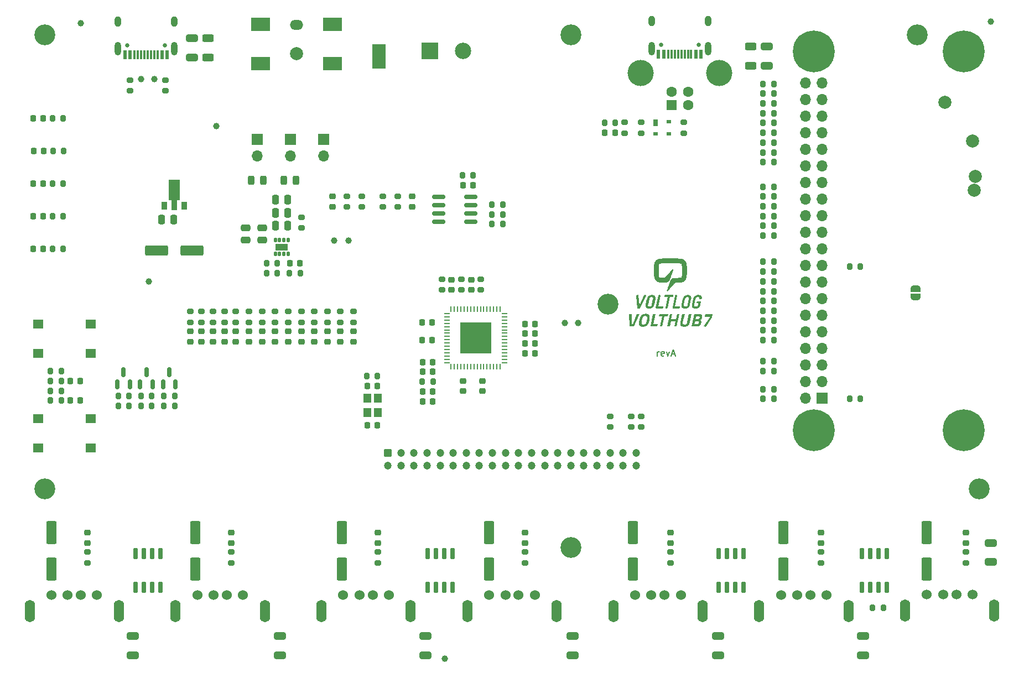
<source format=gbr>
G04 #@! TF.GenerationSoftware,KiCad,Pcbnew,7.0.9*
G04 #@! TF.CreationDate,2024-02-27T14:15:26+02:00*
G04 #@! TF.ProjectId,volthub7,766f6c74-6875-4623-972e-6b696361645f,rev?*
G04 #@! TF.SameCoordinates,Original*
G04 #@! TF.FileFunction,Soldermask,Top*
G04 #@! TF.FilePolarity,Negative*
%FSLAX46Y46*%
G04 Gerber Fmt 4.6, Leading zero omitted, Abs format (unit mm)*
G04 Created by KiCad (PCBNEW 7.0.9) date 2024-02-27 14:15:26*
%MOMM*%
%LPD*%
G01*
G04 APERTURE LIST*
G04 Aperture macros list*
%AMRoundRect*
0 Rectangle with rounded corners*
0 $1 Rounding radius*
0 $2 $3 $4 $5 $6 $7 $8 $9 X,Y pos of 4 corners*
0 Add a 4 corners polygon primitive as box body*
4,1,4,$2,$3,$4,$5,$6,$7,$8,$9,$2,$3,0*
0 Add four circle primitives for the rounded corners*
1,1,$1+$1,$2,$3*
1,1,$1+$1,$4,$5*
1,1,$1+$1,$6,$7*
1,1,$1+$1,$8,$9*
0 Add four rect primitives between the rounded corners*
20,1,$1+$1,$2,$3,$4,$5,0*
20,1,$1+$1,$4,$5,$6,$7,0*
20,1,$1+$1,$6,$7,$8,$9,0*
20,1,$1+$1,$8,$9,$2,$3,0*%
%AMFreePoly0*
4,1,9,3.862500,-0.866500,0.737500,-0.866500,0.737500,-0.450000,-0.737500,-0.450000,-0.737500,0.450000,0.737500,0.450000,0.737500,0.866500,3.862500,0.866500,3.862500,-0.866500,3.862500,-0.866500,$1*%
%AMFreePoly1*
4,1,19,0.500000,-0.750000,0.000000,-0.750000,0.000000,-0.744911,-0.071157,-0.744911,-0.207708,-0.704816,-0.327430,-0.627875,-0.420627,-0.520320,-0.479746,-0.390866,-0.500000,-0.250000,-0.500000,0.250000,-0.479746,0.390866,-0.420627,0.520320,-0.327430,0.627875,-0.207708,0.704816,-0.071157,0.744911,0.000000,0.744911,0.000000,0.750000,0.500000,0.750000,0.500000,-0.750000,0.500000,-0.750000,
$1*%
%AMFreePoly2*
4,1,19,0.000000,0.744911,0.071157,0.744911,0.207708,0.704816,0.327430,0.627875,0.420627,0.520320,0.479746,0.390866,0.500000,0.250000,0.500000,-0.250000,0.479746,-0.390866,0.420627,-0.520320,0.327430,-0.627875,0.207708,-0.704816,0.071157,-0.744911,0.000000,-0.744911,0.000000,-0.750000,-0.500000,-0.750000,-0.500000,0.750000,0.000000,0.750000,0.000000,0.744911,0.000000,0.744911,
$1*%
G04 Aperture macros list end*
%ADD10C,0.300000*%
%ADD11C,0.200000*%
%ADD12C,0.010000*%
%ADD13RoundRect,0.200000X-0.200000X-0.275000X0.200000X-0.275000X0.200000X0.275000X-0.200000X0.275000X0*%
%ADD14RoundRect,0.218750X0.256250X-0.218750X0.256250X0.218750X-0.256250X0.218750X-0.256250X-0.218750X0*%
%ADD15C,1.000000*%
%ADD16RoundRect,0.200000X-0.275000X0.200000X-0.275000X-0.200000X0.275000X-0.200000X0.275000X0.200000X0*%
%ADD17C,6.400000*%
%ADD18RoundRect,0.250000X0.250000X0.475000X-0.250000X0.475000X-0.250000X-0.475000X0.250000X-0.475000X0*%
%ADD19RoundRect,0.125000X-0.125000X0.187500X-0.125000X-0.187500X0.125000X-0.187500X0.125000X0.187500X0*%
%ADD20R,1.900000X1.100000*%
%ADD21RoundRect,0.250000X-0.650000X0.325000X-0.650000X-0.325000X0.650000X-0.325000X0.650000X0.325000X0*%
%ADD22RoundRect,0.243750X-0.243750X-0.456250X0.243750X-0.456250X0.243750X0.456250X-0.243750X0.456250X0*%
%ADD23RoundRect,0.200000X0.200000X0.275000X-0.200000X0.275000X-0.200000X-0.275000X0.200000X-0.275000X0*%
%ADD24C,3.200000*%
%ADD25C,1.524000*%
%ADD26O,1.600000X3.400000*%
%ADD27RoundRect,0.250000X0.475000X-0.250000X0.475000X0.250000X-0.475000X0.250000X-0.475000X-0.250000X0*%
%ADD28RoundRect,0.250000X0.650000X-0.325000X0.650000X0.325000X-0.650000X0.325000X-0.650000X-0.325000X0*%
%ADD29RoundRect,0.200000X0.275000X-0.200000X0.275000X0.200000X-0.275000X0.200000X-0.275000X-0.200000X0*%
%ADD30RoundRect,0.225000X0.225000X0.250000X-0.225000X0.250000X-0.225000X-0.250000X0.225000X-0.250000X0*%
%ADD31O,2.000000X1.500000*%
%ADD32C,2.000000*%
%ADD33R,3.000000X2.000000*%
%ADD34RoundRect,0.218750X-0.256250X0.218750X-0.256250X-0.218750X0.256250X-0.218750X0.256250X0.218750X0*%
%ADD35RoundRect,0.225000X0.250000X-0.225000X0.250000X0.225000X-0.250000X0.225000X-0.250000X-0.225000X0*%
%ADD36RoundRect,0.218750X-0.218750X-0.256250X0.218750X-0.256250X0.218750X0.256250X-0.218750X0.256250X0*%
%ADD37R,2.500000X2.500000*%
%ADD38C,2.500000*%
%ADD39R,1.700000X1.700000*%
%ADD40O,1.700000X1.700000*%
%ADD41RoundRect,0.250000X-0.625000X0.312500X-0.625000X-0.312500X0.625000X-0.312500X0.625000X0.312500X0*%
%ADD42RoundRect,0.225000X-0.225000X-0.250000X0.225000X-0.250000X0.225000X0.250000X-0.225000X0.250000X0*%
%ADD43RoundRect,0.150000X0.150000X-0.587500X0.150000X0.587500X-0.150000X0.587500X-0.150000X-0.587500X0*%
%ADD44R,1.600000X1.600000*%
%ADD45C,1.600000*%
%ADD46C,4.000000*%
%ADD47R,1.600000X1.400000*%
%ADD48RoundRect,0.250000X0.625000X-0.312500X0.625000X0.312500X-0.625000X0.312500X-0.625000X-0.312500X0*%
%ADD49RoundRect,0.250000X-0.350000X-0.350000X0.350000X-0.350000X0.350000X0.350000X-0.350000X0.350000X0*%
%ADD50C,1.200000*%
%ADD51R,0.900000X1.300000*%
%ADD52FreePoly0,90.000000*%
%ADD53FreePoly1,270.000000*%
%ADD54FreePoly2,270.000000*%
%ADD55R,0.700000X1.000000*%
%ADD56R,0.700000X0.600000*%
%ADD57RoundRect,0.250000X0.550000X-1.500000X0.550000X1.500000X-0.550000X1.500000X-0.550000X-1.500000X0*%
%ADD58R,2.000000X3.800000*%
%ADD59R,1.150000X1.400000*%
%ADD60RoundRect,0.150000X0.150000X-0.725000X0.150000X0.725000X-0.150000X0.725000X-0.150000X-0.725000X0*%
%ADD61RoundRect,0.250000X1.500000X0.550000X-1.500000X0.550000X-1.500000X-0.550000X1.500000X-0.550000X0*%
%ADD62C,0.650000*%
%ADD63R,0.600000X1.450000*%
%ADD64R,0.300000X1.450000*%
%ADD65O,1.000000X2.100000*%
%ADD66O,1.000000X1.600000*%
%ADD67RoundRect,0.050000X0.050000X-0.387500X0.050000X0.387500X-0.050000X0.387500X-0.050000X-0.387500X0*%
%ADD68RoundRect,0.050000X0.387500X-0.050000X0.387500X0.050000X-0.387500X0.050000X-0.387500X-0.050000X0*%
%ADD69R,4.700000X4.700000*%
%ADD70RoundRect,0.225000X-0.250000X0.225000X-0.250000X-0.225000X0.250000X-0.225000X0.250000X0.225000X0*%
%ADD71RoundRect,0.150000X-0.825000X-0.150000X0.825000X-0.150000X0.825000X0.150000X-0.825000X0.150000X0*%
G04 APERTURE END LIST*
D10*
G36*
X117226218Y-66946601D02*
G01*
X117625311Y-66946601D01*
X116792931Y-68860000D01*
X116090977Y-68860000D01*
X116053853Y-66946601D01*
X116452945Y-66946601D01*
X116450503Y-68522456D01*
X116574090Y-68522456D01*
X117226218Y-66946601D01*
G37*
G36*
X118599360Y-66913136D02*
G01*
X118625153Y-66913857D01*
X118650353Y-66915059D01*
X118674960Y-66916742D01*
X118698973Y-66918906D01*
X118722393Y-66921551D01*
X118745219Y-66924676D01*
X118767452Y-66928283D01*
X118789091Y-66932370D01*
X118810137Y-66936938D01*
X118830589Y-66941987D01*
X118850448Y-66947517D01*
X118869714Y-66953528D01*
X118888386Y-66960019D01*
X118923950Y-66974445D01*
X118957141Y-66990794D01*
X118987957Y-67009066D01*
X119016400Y-67029262D01*
X119042469Y-67051381D01*
X119066164Y-67075424D01*
X119087486Y-67101390D01*
X119106434Y-67129279D01*
X119123008Y-67159092D01*
X119137562Y-67190884D01*
X119150325Y-67224710D01*
X119161299Y-67260569D01*
X119170483Y-67298463D01*
X119174404Y-67318173D01*
X119177877Y-67338391D01*
X119180903Y-67359118D01*
X119183481Y-67380353D01*
X119185612Y-67402097D01*
X119187296Y-67424350D01*
X119188532Y-67447110D01*
X119189320Y-67470380D01*
X119189661Y-67494158D01*
X119189555Y-67518444D01*
X119189001Y-67543239D01*
X119188000Y-67568543D01*
X119186551Y-67594355D01*
X119184655Y-67620675D01*
X119182311Y-67647504D01*
X119179520Y-67674842D01*
X119176281Y-67702688D01*
X119172595Y-67731042D01*
X119168462Y-67759905D01*
X119163881Y-67789277D01*
X119158852Y-67819157D01*
X119153376Y-67849546D01*
X119147453Y-67880443D01*
X119141082Y-67911849D01*
X119134402Y-67943246D01*
X119127489Y-67974119D01*
X119120343Y-68004467D01*
X119112964Y-68034291D01*
X119105352Y-68063589D01*
X119097508Y-68092363D01*
X119089431Y-68120612D01*
X119081121Y-68148337D01*
X119072578Y-68175537D01*
X119063802Y-68202212D01*
X119054794Y-68228362D01*
X119045553Y-68253987D01*
X119036079Y-68279088D01*
X119026372Y-68303664D01*
X119016432Y-68327715D01*
X119006260Y-68351242D01*
X118995855Y-68374243D01*
X118985217Y-68396720D01*
X118974346Y-68418673D01*
X118963243Y-68440100D01*
X118951907Y-68461003D01*
X118940337Y-68481381D01*
X118928536Y-68501234D01*
X118916501Y-68520563D01*
X118904233Y-68539367D01*
X118891733Y-68557646D01*
X118879000Y-68575400D01*
X118866034Y-68592630D01*
X118852836Y-68609335D01*
X118839404Y-68625515D01*
X118825740Y-68641170D01*
X118811843Y-68656301D01*
X118797661Y-68670907D01*
X118783083Y-68685049D01*
X118768108Y-68698728D01*
X118752736Y-68711943D01*
X118736967Y-68724694D01*
X118720801Y-68736981D01*
X118704239Y-68748805D01*
X118687279Y-68760165D01*
X118669922Y-68771062D01*
X118652169Y-68781495D01*
X118634019Y-68791464D01*
X118615472Y-68800969D01*
X118596527Y-68810011D01*
X118577186Y-68818589D01*
X118557449Y-68826703D01*
X118537314Y-68834354D01*
X118516782Y-68841541D01*
X118495854Y-68848264D01*
X118474528Y-68854524D01*
X118452806Y-68860320D01*
X118430687Y-68865652D01*
X118408170Y-68870521D01*
X118385257Y-68874926D01*
X118361947Y-68878867D01*
X118338241Y-68882345D01*
X118314137Y-68885359D01*
X118289636Y-68887909D01*
X118264739Y-68889996D01*
X118239444Y-68891618D01*
X118213753Y-68892778D01*
X118187665Y-68893473D01*
X118161180Y-68893705D01*
X118134821Y-68893473D01*
X118109049Y-68892778D01*
X118083866Y-68891618D01*
X118059270Y-68889996D01*
X118035261Y-68887909D01*
X118011841Y-68885359D01*
X117989008Y-68882345D01*
X117966763Y-68878867D01*
X117945105Y-68874926D01*
X117924035Y-68870521D01*
X117903553Y-68865652D01*
X117883659Y-68860320D01*
X117864352Y-68854524D01*
X117845633Y-68848264D01*
X117809959Y-68834354D01*
X117776635Y-68818589D01*
X117745662Y-68800969D01*
X117717040Y-68781495D01*
X117690768Y-68760165D01*
X117666848Y-68736981D01*
X117645278Y-68711943D01*
X117626059Y-68685049D01*
X117609191Y-68656301D01*
X117594399Y-68625515D01*
X117581408Y-68592630D01*
X117570219Y-68557646D01*
X117560831Y-68520563D01*
X117556812Y-68501234D01*
X117553244Y-68481381D01*
X117550126Y-68461003D01*
X117547459Y-68440100D01*
X117545241Y-68418673D01*
X117543474Y-68396720D01*
X117542158Y-68374243D01*
X117541292Y-68351242D01*
X117540876Y-68327715D01*
X117540910Y-68303664D01*
X117541395Y-68279088D01*
X117542330Y-68253987D01*
X117543033Y-68240981D01*
X117937413Y-68240981D01*
X117937476Y-68269603D01*
X117938497Y-68296669D01*
X117940476Y-68322177D01*
X117943413Y-68346128D01*
X117947307Y-68368522D01*
X117952159Y-68389359D01*
X117957970Y-68408639D01*
X117968919Y-68435003D01*
X117982900Y-68458773D01*
X117999911Y-68479951D01*
X118019954Y-68498535D01*
X118043028Y-68514527D01*
X118069133Y-68527925D01*
X118088220Y-68535416D01*
X118108654Y-68541755D01*
X118130436Y-68546941D01*
X118153564Y-68550975D01*
X118178040Y-68553856D01*
X118203863Y-68555585D01*
X118231033Y-68556161D01*
X118258503Y-68555585D01*
X118285103Y-68553856D01*
X118310832Y-68550975D01*
X118335691Y-68546941D01*
X118359681Y-68541755D01*
X118382800Y-68535416D01*
X118405049Y-68527925D01*
X118426428Y-68519281D01*
X118446936Y-68509484D01*
X118466575Y-68498535D01*
X118485344Y-68486434D01*
X118503242Y-68473180D01*
X118520270Y-68458773D01*
X118536428Y-68443214D01*
X118551717Y-68426503D01*
X118566134Y-68408639D01*
X118579963Y-68389359D01*
X118593482Y-68368522D01*
X118606692Y-68346128D01*
X118619593Y-68322177D01*
X118632185Y-68296669D01*
X118644468Y-68269603D01*
X118656441Y-68240981D01*
X118668106Y-68210802D01*
X118679461Y-68179066D01*
X118690508Y-68145772D01*
X118701245Y-68110922D01*
X118711673Y-68074515D01*
X118721792Y-68036550D01*
X118726735Y-68016984D01*
X118731601Y-67997028D01*
X118736390Y-67976684D01*
X118741102Y-67955950D01*
X118745736Y-67934827D01*
X118750294Y-67913314D01*
X118754693Y-67891763D01*
X118758854Y-67870583D01*
X118762776Y-67849776D01*
X118766459Y-67829340D01*
X118769905Y-67809277D01*
X118773111Y-67789586D01*
X118776079Y-67770267D01*
X118781300Y-67732745D01*
X118785567Y-67696712D01*
X118788879Y-67662167D01*
X118791238Y-67629110D01*
X118792642Y-67597542D01*
X118793092Y-67567462D01*
X118792589Y-67538870D01*
X118791131Y-67511767D01*
X118788719Y-67486152D01*
X118785353Y-67462025D01*
X118781033Y-67439387D01*
X118775759Y-67418237D01*
X118772764Y-67408220D01*
X118765929Y-67389114D01*
X118757758Y-67371240D01*
X118742998Y-67346741D01*
X118725232Y-67325015D01*
X118704461Y-67306063D01*
X118680684Y-67289884D01*
X118663164Y-67280639D01*
X118644307Y-67272627D01*
X118624115Y-67265847D01*
X118602588Y-67260300D01*
X118579724Y-67255986D01*
X118555525Y-67252904D01*
X118529990Y-67251055D01*
X118503120Y-67250439D01*
X118475992Y-67251055D01*
X118449684Y-67252904D01*
X118424197Y-67255986D01*
X118399530Y-67260300D01*
X118375684Y-67265847D01*
X118352659Y-67272627D01*
X118330454Y-67280639D01*
X118309069Y-67289884D01*
X118288505Y-67300362D01*
X118268761Y-67312072D01*
X118249838Y-67325015D01*
X118231736Y-67339191D01*
X118214453Y-67354599D01*
X118197992Y-67371240D01*
X118182351Y-67389114D01*
X118167530Y-67408220D01*
X118153288Y-67428626D01*
X118139381Y-67450520D01*
X118125810Y-67473902D01*
X118112576Y-67498773D01*
X118099676Y-67525132D01*
X118087113Y-67552980D01*
X118074886Y-67582316D01*
X118062994Y-67613140D01*
X118051438Y-67645452D01*
X118040219Y-67679253D01*
X118029335Y-67714543D01*
X118018786Y-67751320D01*
X118013638Y-67770267D01*
X118008574Y-67789586D01*
X118003594Y-67809277D01*
X117998697Y-67829340D01*
X117993885Y-67849776D01*
X117989157Y-67870583D01*
X117984512Y-67891763D01*
X117979952Y-67913314D01*
X117975553Y-67934827D01*
X117971394Y-67955950D01*
X117967474Y-67976684D01*
X117963793Y-67997028D01*
X117960353Y-68016984D01*
X117957151Y-68036550D01*
X117951467Y-68074515D01*
X117946740Y-68110922D01*
X117942972Y-68145772D01*
X117940161Y-68179066D01*
X117938308Y-68210802D01*
X117937413Y-68240981D01*
X117543033Y-68240981D01*
X117543715Y-68228362D01*
X117545550Y-68202212D01*
X117547836Y-68175537D01*
X117550573Y-68148337D01*
X117553759Y-68120612D01*
X117557396Y-68092363D01*
X117561484Y-68063589D01*
X117566021Y-68034291D01*
X117571009Y-68004467D01*
X117576447Y-67974119D01*
X117582336Y-67943246D01*
X117588675Y-67911849D01*
X117595387Y-67880443D01*
X117602335Y-67849546D01*
X117609519Y-67819157D01*
X117616938Y-67789277D01*
X117624593Y-67759905D01*
X117632484Y-67731042D01*
X117640610Y-67702688D01*
X117648972Y-67674842D01*
X117657570Y-67647504D01*
X117666403Y-67620675D01*
X117675472Y-67594355D01*
X117684777Y-67568543D01*
X117694317Y-67543239D01*
X117704093Y-67518444D01*
X117714104Y-67494158D01*
X117724352Y-67470380D01*
X117734834Y-67447110D01*
X117745553Y-67424350D01*
X117756507Y-67402097D01*
X117767697Y-67380353D01*
X117779123Y-67359118D01*
X117790784Y-67338391D01*
X117802680Y-67318173D01*
X117814813Y-67298463D01*
X117827181Y-67279262D01*
X117839785Y-67260569D01*
X117852624Y-67242385D01*
X117865699Y-67224710D01*
X117879010Y-67207543D01*
X117892557Y-67190884D01*
X117906339Y-67174734D01*
X117920356Y-67159092D01*
X117934688Y-67143945D01*
X117949410Y-67129279D01*
X117964523Y-67115094D01*
X117980028Y-67101390D01*
X117995924Y-67088166D01*
X118012211Y-67075424D01*
X118028889Y-67063162D01*
X118045958Y-67051381D01*
X118063419Y-67040081D01*
X118081270Y-67029262D01*
X118099513Y-67018924D01*
X118118147Y-67009066D01*
X118137172Y-66999690D01*
X118156589Y-66990794D01*
X118176396Y-66982379D01*
X118196595Y-66974445D01*
X118217185Y-66966991D01*
X118238166Y-66960019D01*
X118259538Y-66953528D01*
X118281302Y-66947517D01*
X118303456Y-66941987D01*
X118326002Y-66936938D01*
X118348939Y-66932370D01*
X118372267Y-66928283D01*
X118395986Y-66924676D01*
X118420096Y-66921551D01*
X118444598Y-66918906D01*
X118469491Y-66916742D01*
X118494775Y-66915059D01*
X118520450Y-66913857D01*
X118546516Y-66913136D01*
X118572973Y-66912896D01*
X118599360Y-66913136D01*
G37*
G36*
X120364739Y-68860000D02*
G01*
X119299840Y-68860000D01*
X119697467Y-66946601D01*
X120077021Y-66946601D01*
X119750712Y-68516594D01*
X120436058Y-68516594D01*
X120364739Y-68860000D01*
G37*
G36*
X120565995Y-67290006D02*
G01*
X120637314Y-66946601D01*
X122013378Y-66946601D01*
X121942059Y-67290006D01*
X121446735Y-67290006D01*
X121120426Y-68860000D01*
X120740384Y-68860000D01*
X121066693Y-67290006D01*
X120565995Y-67290006D01*
G37*
G36*
X122954690Y-68860000D02*
G01*
X123119798Y-68066699D01*
X122423706Y-68066699D01*
X122258598Y-68860000D01*
X121879044Y-68860000D01*
X122276672Y-66946601D01*
X122656225Y-66946601D01*
X122493559Y-67728667D01*
X123189652Y-67728667D01*
X123352317Y-66946601D01*
X123732359Y-66946601D01*
X123334732Y-68860000D01*
X122954690Y-68860000D01*
G37*
G36*
X124270670Y-68221060D02*
G01*
X124266698Y-68241677D01*
X124263511Y-68261639D01*
X124259496Y-68299600D01*
X124258626Y-68334942D01*
X124260901Y-68367667D01*
X124266320Y-68397774D01*
X124274884Y-68425262D01*
X124286592Y-68450133D01*
X124301445Y-68472386D01*
X124319443Y-68492021D01*
X124340585Y-68509038D01*
X124364872Y-68523437D01*
X124392303Y-68535218D01*
X124422880Y-68544380D01*
X124456600Y-68550925D01*
X124493466Y-68554852D01*
X124513078Y-68555834D01*
X124533476Y-68556161D01*
X124554040Y-68555834D01*
X124574091Y-68554852D01*
X124593627Y-68553216D01*
X124631156Y-68547980D01*
X124666629Y-68540126D01*
X124700044Y-68529654D01*
X124731403Y-68516564D01*
X124760704Y-68500857D01*
X124787949Y-68482531D01*
X124813136Y-68461587D01*
X124836267Y-68438025D01*
X124857340Y-68411845D01*
X124876357Y-68383048D01*
X124893317Y-68351632D01*
X124908219Y-68317598D01*
X124921065Y-68280946D01*
X124926716Y-68261639D01*
X124931853Y-68241677D01*
X124936476Y-68221060D01*
X125201236Y-66946601D01*
X125580789Y-66946601D01*
X125317495Y-68212756D01*
X125312810Y-68234555D01*
X125307853Y-68255989D01*
X125302625Y-68277057D01*
X125297124Y-68297760D01*
X125291351Y-68318098D01*
X125285307Y-68338070D01*
X125278990Y-68357676D01*
X125272402Y-68376918D01*
X125265542Y-68395794D01*
X125258409Y-68414304D01*
X125251005Y-68432449D01*
X125235381Y-68467643D01*
X125218670Y-68501375D01*
X125200871Y-68533646D01*
X125181984Y-68564455D01*
X125162009Y-68593802D01*
X125140947Y-68621688D01*
X125118798Y-68648112D01*
X125095560Y-68673074D01*
X125071235Y-68696575D01*
X125045822Y-68718614D01*
X125032708Y-68729085D01*
X125005698Y-68749020D01*
X124977547Y-68767668D01*
X124948255Y-68785030D01*
X124917822Y-68801106D01*
X124886248Y-68815896D01*
X124853533Y-68829400D01*
X124819677Y-68841618D01*
X124784680Y-68852550D01*
X124748541Y-68862196D01*
X124711262Y-68870555D01*
X124672841Y-68877629D01*
X124653203Y-68880683D01*
X124633279Y-68883416D01*
X124613071Y-68885828D01*
X124592577Y-68887918D01*
X124571798Y-68889686D01*
X124550733Y-68891133D01*
X124529383Y-68892258D01*
X124507748Y-68893062D01*
X124485828Y-68893544D01*
X124463622Y-68893705D01*
X124441483Y-68893544D01*
X124419762Y-68893062D01*
X124398458Y-68892258D01*
X124377572Y-68891133D01*
X124357105Y-68889686D01*
X124337055Y-68887918D01*
X124317423Y-68885828D01*
X124279413Y-68880683D01*
X124243074Y-68874253D01*
X124208407Y-68866536D01*
X124175411Y-68857534D01*
X124144087Y-68847245D01*
X124114434Y-68835670D01*
X124086453Y-68822809D01*
X124060144Y-68808662D01*
X124035506Y-68793229D01*
X124012539Y-68776510D01*
X123991244Y-68758505D01*
X123971621Y-68739213D01*
X123962436Y-68729085D01*
X123945389Y-68707777D01*
X123930028Y-68685007D01*
X123916354Y-68660776D01*
X123904367Y-68635082D01*
X123894067Y-68607928D01*
X123885454Y-68579311D01*
X123878527Y-68549233D01*
X123873287Y-68517693D01*
X123869734Y-68484692D01*
X123867868Y-68450229D01*
X123867689Y-68414304D01*
X123869196Y-68376918D01*
X123872390Y-68338070D01*
X123874620Y-68318098D01*
X123877272Y-68297760D01*
X123880345Y-68277057D01*
X123883839Y-68255989D01*
X123887756Y-68234555D01*
X123892094Y-68212756D01*
X124155388Y-66946601D01*
X124535430Y-66946601D01*
X124270670Y-68221060D01*
G37*
G36*
X126773368Y-66947069D02*
G01*
X126807873Y-66948471D01*
X126841038Y-66950808D01*
X126872864Y-66954081D01*
X126903351Y-66958288D01*
X126932498Y-66963431D01*
X126960305Y-66969508D01*
X126986773Y-66976521D01*
X127011901Y-66984468D01*
X127035690Y-66993351D01*
X127058140Y-67003168D01*
X127079249Y-67013920D01*
X127099020Y-67025608D01*
X127117451Y-67038230D01*
X127134542Y-67051788D01*
X127150294Y-67066280D01*
X127164689Y-67081816D01*
X127177710Y-67098505D01*
X127189357Y-67116346D01*
X127199631Y-67135340D01*
X127208530Y-67155486D01*
X127216056Y-67176785D01*
X127222208Y-67199236D01*
X127226986Y-67222840D01*
X127230390Y-67247596D01*
X127232420Y-67273505D01*
X127233077Y-67300566D01*
X127232359Y-67328780D01*
X127230268Y-67358146D01*
X127226803Y-67388665D01*
X127221964Y-67420337D01*
X127215751Y-67453161D01*
X127211469Y-67472931D01*
X127206927Y-67492186D01*
X127199629Y-67520103D01*
X127191746Y-67546860D01*
X127183280Y-67572459D01*
X127174229Y-67596898D01*
X127164595Y-67620177D01*
X127154377Y-67642298D01*
X127143575Y-67663260D01*
X127132189Y-67683062D01*
X127120219Y-67701705D01*
X127116100Y-67707662D01*
X127103102Y-67725154D01*
X127089023Y-67742277D01*
X127073862Y-67759031D01*
X127057619Y-67775416D01*
X127040294Y-67791432D01*
X127021887Y-67807078D01*
X127002398Y-67822355D01*
X126981827Y-67837263D01*
X126960174Y-67851802D01*
X126937440Y-67865971D01*
X126921682Y-67875212D01*
X126942096Y-67885621D01*
X126961204Y-67896879D01*
X126979007Y-67908988D01*
X126995505Y-67921947D01*
X127010697Y-67935755D01*
X127024585Y-67950414D01*
X127037167Y-67965923D01*
X127048444Y-67982282D01*
X127058416Y-67999491D01*
X127067083Y-68017551D01*
X127072136Y-68030062D01*
X127078702Y-68049717D01*
X127083928Y-68070763D01*
X127087815Y-68093200D01*
X127090363Y-68117028D01*
X127091570Y-68142247D01*
X127091439Y-68168857D01*
X127089968Y-68196858D01*
X127087157Y-68226250D01*
X127084539Y-68246618D01*
X127081326Y-68267604D01*
X127077517Y-68289208D01*
X127073113Y-68311430D01*
X127065398Y-68345676D01*
X127056665Y-68378803D01*
X127046912Y-68410812D01*
X127036141Y-68441703D01*
X127024350Y-68471476D01*
X127011541Y-68500131D01*
X126997712Y-68527667D01*
X126982865Y-68554085D01*
X126966999Y-68579385D01*
X126950114Y-68603567D01*
X126932210Y-68626631D01*
X126913286Y-68648577D01*
X126893344Y-68669404D01*
X126872383Y-68689113D01*
X126850403Y-68707705D01*
X126827405Y-68725177D01*
X126803562Y-68741504D01*
X126778930Y-68756776D01*
X126753508Y-68770996D01*
X126727296Y-68784162D01*
X126700293Y-68796275D01*
X126672501Y-68807335D01*
X126643919Y-68817341D01*
X126614547Y-68826294D01*
X126584385Y-68834194D01*
X126553433Y-68841040D01*
X126521691Y-68846833D01*
X126489159Y-68851573D01*
X126455837Y-68855260D01*
X126421725Y-68857893D01*
X126386823Y-68859473D01*
X126351131Y-68860000D01*
X125605213Y-68860000D01*
X125674242Y-68527829D01*
X126053643Y-68527829D01*
X126400468Y-68527829D01*
X126423251Y-68527387D01*
X126445073Y-68526060D01*
X126465933Y-68523849D01*
X126485831Y-68520754D01*
X126510866Y-68515251D01*
X126534191Y-68508175D01*
X126555807Y-68499528D01*
X126575712Y-68489308D01*
X126593908Y-68477515D01*
X126610723Y-68463494D01*
X126626240Y-68446832D01*
X126640460Y-68427529D01*
X126653382Y-68405586D01*
X126662221Y-68387395D01*
X126670332Y-68367719D01*
X126677712Y-68346557D01*
X126684362Y-68323909D01*
X126690283Y-68299777D01*
X126692094Y-68291402D01*
X126696945Y-68263482D01*
X126699528Y-68237363D01*
X126699845Y-68213046D01*
X126697895Y-68190530D01*
X126693678Y-68169815D01*
X126687194Y-68150901D01*
X126673218Y-68125909D01*
X126654141Y-68104969D01*
X126629964Y-68088081D01*
X126611012Y-68079075D01*
X126589793Y-68071870D01*
X126566308Y-68066466D01*
X126540556Y-68062863D01*
X126512536Y-68061062D01*
X126497677Y-68060837D01*
X126150852Y-68060837D01*
X126053643Y-68527829D01*
X125674242Y-68527829D01*
X125839100Y-67734528D01*
X126218751Y-67734528D01*
X126557760Y-67734528D01*
X126583914Y-67733639D01*
X126608761Y-67730972D01*
X126632304Y-67726526D01*
X126654542Y-67720301D01*
X126675474Y-67712299D01*
X126695101Y-67702517D01*
X126713423Y-67690958D01*
X126730440Y-67677620D01*
X126746152Y-67662504D01*
X126760558Y-67645609D01*
X126773660Y-67626936D01*
X126785456Y-67606484D01*
X126795947Y-67584254D01*
X126805133Y-67560246D01*
X126813013Y-67534459D01*
X126819589Y-67506894D01*
X126824477Y-67479270D01*
X126827298Y-67453428D01*
X126828050Y-67429368D01*
X126826733Y-67407090D01*
X126823348Y-67386595D01*
X126814392Y-67359194D01*
X126800782Y-67335802D01*
X126782518Y-67316420D01*
X126759600Y-67301049D01*
X126741736Y-67293029D01*
X126721804Y-67286791D01*
X126699803Y-67282336D01*
X126675734Y-67279662D01*
X126649596Y-67278771D01*
X126313518Y-67278771D01*
X126218751Y-67734528D01*
X125839100Y-67734528D01*
X126002841Y-66946601D01*
X126737523Y-66946601D01*
X126773368Y-66947069D01*
G37*
G36*
X127608982Y-67349113D02*
G01*
X127680789Y-67002777D01*
X128842408Y-67002777D01*
X128751550Y-67441926D01*
X127803399Y-68893705D01*
X127471717Y-68792588D01*
X128372485Y-67438995D01*
X128391047Y-67349113D01*
X127608982Y-67349113D01*
G37*
D11*
X120369673Y-73367219D02*
X120369673Y-72700552D01*
X120369673Y-72891028D02*
X120417292Y-72795790D01*
X120417292Y-72795790D02*
X120464911Y-72748171D01*
X120464911Y-72748171D02*
X120560149Y-72700552D01*
X120560149Y-72700552D02*
X120655387Y-72700552D01*
X121369673Y-73319600D02*
X121274435Y-73367219D01*
X121274435Y-73367219D02*
X121083959Y-73367219D01*
X121083959Y-73367219D02*
X120988721Y-73319600D01*
X120988721Y-73319600D02*
X120941102Y-73224361D01*
X120941102Y-73224361D02*
X120941102Y-72843409D01*
X120941102Y-72843409D02*
X120988721Y-72748171D01*
X120988721Y-72748171D02*
X121083959Y-72700552D01*
X121083959Y-72700552D02*
X121274435Y-72700552D01*
X121274435Y-72700552D02*
X121369673Y-72748171D01*
X121369673Y-72748171D02*
X121417292Y-72843409D01*
X121417292Y-72843409D02*
X121417292Y-72938647D01*
X121417292Y-72938647D02*
X120941102Y-73033885D01*
X121750626Y-72700552D02*
X121988721Y-73367219D01*
X121988721Y-73367219D02*
X122226816Y-72700552D01*
X122560150Y-73081504D02*
X123036340Y-73081504D01*
X122464912Y-73367219D02*
X122798245Y-72367219D01*
X122798245Y-72367219D02*
X123131578Y-73367219D01*
D10*
G36*
X117134313Y-64180656D02*
G01*
X117140245Y-64160726D01*
X117149492Y-64141845D01*
X117162055Y-64124013D01*
X117177933Y-64107231D01*
X117193023Y-64094561D01*
X117210235Y-64082562D01*
X117229568Y-64071236D01*
X117250054Y-64060932D01*
X117270479Y-64052002D01*
X117290842Y-64044445D01*
X117311145Y-64038263D01*
X117331387Y-64033454D01*
X117351567Y-64030020D01*
X117371687Y-64027959D01*
X117391745Y-64027272D01*
X117415627Y-64028424D01*
X117436472Y-64031882D01*
X117458256Y-64039445D01*
X117475293Y-64050610D01*
X117489473Y-64068763D01*
X117496068Y-64087851D01*
X117497746Y-64101033D01*
X117598375Y-65641717D01*
X118336965Y-64101033D01*
X118346681Y-64083745D01*
X118361767Y-64065377D01*
X118380121Y-64050610D01*
X118401743Y-64039445D01*
X118421393Y-64033107D01*
X118443135Y-64029073D01*
X118466967Y-64027344D01*
X118473252Y-64027272D01*
X118497073Y-64028381D01*
X118520298Y-64031708D01*
X118542926Y-64037254D01*
X118564958Y-64045018D01*
X118586394Y-64055000D01*
X118607233Y-64067200D01*
X118615402Y-64072701D01*
X118633796Y-64087315D01*
X118648375Y-64102764D01*
X118660831Y-64122405D01*
X118667792Y-64143247D01*
X118669257Y-64165292D01*
X118667181Y-64180656D01*
X118659823Y-64199953D01*
X118655946Y-64208989D01*
X117755667Y-65996846D01*
X117745587Y-66014814D01*
X117733361Y-66031470D01*
X117718988Y-66046813D01*
X117702468Y-66060846D01*
X117683801Y-66073566D01*
X117662988Y-66084974D01*
X117654062Y-66089170D01*
X117635713Y-66096841D01*
X117617059Y-66103489D01*
X117598100Y-66109114D01*
X117578835Y-66113716D01*
X117559265Y-66117296D01*
X117539390Y-66119853D01*
X117519209Y-66121387D01*
X117498723Y-66121899D01*
X117475595Y-66121410D01*
X117453836Y-66119945D01*
X117433448Y-66117502D01*
X117405434Y-66112007D01*
X117380502Y-66104313D01*
X117358654Y-66094421D01*
X117339887Y-66082331D01*
X117324204Y-66068043D01*
X117311603Y-66051557D01*
X117302085Y-66032872D01*
X117295649Y-66011989D01*
X117293071Y-65996846D01*
X117133825Y-64208989D01*
X117133498Y-64188965D01*
X117134313Y-64180656D01*
G37*
G36*
X119574381Y-64027883D02*
G01*
X119609432Y-64029714D01*
X119643304Y-64032767D01*
X119675996Y-64037042D01*
X119707509Y-64042537D01*
X119737843Y-64049254D01*
X119766997Y-64057192D01*
X119794973Y-64066351D01*
X119821769Y-64076731D01*
X119847386Y-64088333D01*
X119871823Y-64101155D01*
X119895082Y-64115199D01*
X119917161Y-64130465D01*
X119938061Y-64146951D01*
X119957781Y-64164659D01*
X119976323Y-64183587D01*
X119993439Y-64203837D01*
X120008884Y-64225506D01*
X120022657Y-64248594D01*
X120034758Y-64273102D01*
X120045188Y-64299030D01*
X120053946Y-64326378D01*
X120061033Y-64355145D01*
X120066449Y-64385332D01*
X120070192Y-64416938D01*
X120072265Y-64449965D01*
X120072665Y-64484411D01*
X120071394Y-64520276D01*
X120068452Y-64557561D01*
X120063838Y-64596266D01*
X120060904Y-64616151D01*
X120057553Y-64636391D01*
X120053783Y-64656985D01*
X120049596Y-64677935D01*
X119884976Y-65471236D01*
X119880445Y-65492185D01*
X119875643Y-65512780D01*
X119870572Y-65533020D01*
X119865231Y-65552904D01*
X119859619Y-65572434D01*
X119853738Y-65591609D01*
X119847586Y-65610429D01*
X119841165Y-65628894D01*
X119827512Y-65664760D01*
X119812779Y-65699206D01*
X119796967Y-65732232D01*
X119780074Y-65763839D01*
X119762101Y-65794025D01*
X119743048Y-65822793D01*
X119722915Y-65850140D01*
X119701702Y-65876068D01*
X119679409Y-65900576D01*
X119656037Y-65923665D01*
X119631584Y-65945334D01*
X119606051Y-65965583D01*
X119579642Y-65984512D01*
X119552562Y-66002220D01*
X119524809Y-66018706D01*
X119496386Y-66033971D01*
X119467290Y-66048015D01*
X119437523Y-66060838D01*
X119407084Y-66072439D01*
X119375974Y-66082820D01*
X119344192Y-66091979D01*
X119311738Y-66099917D01*
X119278613Y-66106633D01*
X119244816Y-66112129D01*
X119210347Y-66116403D01*
X119175206Y-66119456D01*
X119139394Y-66121288D01*
X119102910Y-66121899D01*
X119066686Y-66121288D01*
X119031653Y-66119456D01*
X118997810Y-66116403D01*
X118965158Y-66112129D01*
X118933696Y-66106633D01*
X118903425Y-66099917D01*
X118874345Y-66091979D01*
X118846455Y-66082820D01*
X118819757Y-66072439D01*
X118794249Y-66060838D01*
X118769931Y-66048015D01*
X118746804Y-66033971D01*
X118724868Y-66018706D01*
X118704123Y-66002220D01*
X118684568Y-65984512D01*
X118666204Y-65965583D01*
X118649266Y-65945334D01*
X118633987Y-65923665D01*
X118620369Y-65900576D01*
X118608410Y-65876068D01*
X118598112Y-65850140D01*
X118589474Y-65822793D01*
X118582496Y-65794025D01*
X118577178Y-65763839D01*
X118573520Y-65732232D01*
X118571522Y-65699206D01*
X118571184Y-65664760D01*
X118572507Y-65628894D01*
X118575489Y-65591609D01*
X118575684Y-65589983D01*
X118937159Y-65589983D01*
X118938260Y-65622422D01*
X118942136Y-65652265D01*
X118948786Y-65679514D01*
X118958210Y-65704167D01*
X118970409Y-65726225D01*
X118985382Y-65745688D01*
X119003130Y-65762556D01*
X119023652Y-65776829D01*
X119046948Y-65788507D01*
X119073019Y-65797590D01*
X119101865Y-65804078D01*
X119133485Y-65807970D01*
X119167879Y-65809268D01*
X119203166Y-65807970D01*
X119236733Y-65804078D01*
X119268578Y-65797590D01*
X119298702Y-65788507D01*
X119327104Y-65776829D01*
X119353786Y-65762556D01*
X119378747Y-65745688D01*
X119401986Y-65726225D01*
X119423504Y-65704167D01*
X119443301Y-65679514D01*
X119461377Y-65652265D01*
X119477732Y-65622422D01*
X119492365Y-65589983D01*
X119505278Y-65554950D01*
X119516469Y-65517321D01*
X119521419Y-65497534D01*
X119525939Y-65477097D01*
X119693490Y-64672073D01*
X119697445Y-64651637D01*
X119700701Y-64631849D01*
X119705114Y-64594221D01*
X119706730Y-64559187D01*
X119705549Y-64526749D01*
X119701571Y-64496905D01*
X119694795Y-64469657D01*
X119685222Y-64445004D01*
X119672851Y-64422945D01*
X119657683Y-64403482D01*
X119639718Y-64386614D01*
X119618956Y-64372341D01*
X119595396Y-64360663D01*
X119569038Y-64351581D01*
X119539884Y-64345093D01*
X119507932Y-64341200D01*
X119473183Y-64339903D01*
X119438250Y-64341200D01*
X119405016Y-64345093D01*
X119373480Y-64351581D01*
X119343642Y-64360663D01*
X119315503Y-64372341D01*
X119289062Y-64386614D01*
X119264319Y-64403482D01*
X119241274Y-64422945D01*
X119219928Y-64445004D01*
X119200279Y-64469657D01*
X119182329Y-64496905D01*
X119166078Y-64526749D01*
X119151524Y-64559187D01*
X119138669Y-64594221D01*
X119127512Y-64631849D01*
X119122571Y-64651637D01*
X119118054Y-64672073D01*
X118950503Y-65477097D01*
X118946545Y-65497534D01*
X118943281Y-65517321D01*
X118938833Y-65554950D01*
X118937159Y-65589983D01*
X118575684Y-65589983D01*
X118580132Y-65552904D01*
X118583075Y-65533020D01*
X118586434Y-65512780D01*
X118590208Y-65492185D01*
X118594397Y-65471236D01*
X118759017Y-64677935D01*
X118763547Y-64656985D01*
X118768344Y-64636391D01*
X118773408Y-64616151D01*
X118778739Y-64596266D01*
X118784338Y-64576736D01*
X118790203Y-64557561D01*
X118796336Y-64538741D01*
X118802736Y-64520276D01*
X118816337Y-64484411D01*
X118831007Y-64449965D01*
X118846746Y-64416938D01*
X118863552Y-64385332D01*
X118881428Y-64355145D01*
X118900372Y-64326378D01*
X118920385Y-64299030D01*
X118941466Y-64273102D01*
X118963616Y-64248594D01*
X118986834Y-64225506D01*
X119011121Y-64203837D01*
X119036476Y-64183587D01*
X119062708Y-64164659D01*
X119089622Y-64146951D01*
X119117220Y-64130465D01*
X119145500Y-64115199D01*
X119174464Y-64101155D01*
X119204111Y-64088333D01*
X119234441Y-64076731D01*
X119265454Y-64066351D01*
X119297150Y-64057192D01*
X119329530Y-64049254D01*
X119362592Y-64042537D01*
X119396338Y-64037042D01*
X119430766Y-64032767D01*
X119465878Y-64029714D01*
X119501673Y-64027883D01*
X119538151Y-64027272D01*
X119574381Y-64027883D01*
G37*
G36*
X120111633Y-65974864D02*
G01*
X120493141Y-64140112D01*
X120499169Y-64120025D01*
X120508459Y-64101896D01*
X120521013Y-64085724D01*
X120536830Y-64071510D01*
X120555909Y-64059254D01*
X120562994Y-64055604D01*
X120581682Y-64047442D01*
X120601109Y-64040663D01*
X120621276Y-64035268D01*
X120642182Y-64031256D01*
X120663828Y-64028628D01*
X120686213Y-64027383D01*
X120695374Y-64027272D01*
X120717897Y-64027964D01*
X120739061Y-64030039D01*
X120758865Y-64033497D01*
X120780835Y-64039474D01*
X120800848Y-64047442D01*
X120816030Y-64055604D01*
X120833551Y-64069355D01*
X120845509Y-64085818D01*
X120851903Y-64104992D01*
X120852735Y-64126877D01*
X120850712Y-64140601D01*
X120510238Y-65778005D01*
X121181417Y-65778005D01*
X121201743Y-65780249D01*
X121221367Y-65788309D01*
X121237143Y-65802230D01*
X121247792Y-65819221D01*
X121250294Y-65824899D01*
X121257086Y-65845997D01*
X121260452Y-65865345D01*
X121261551Y-65885862D01*
X121260383Y-65907546D01*
X121256948Y-65930398D01*
X121256155Y-65934320D01*
X121251554Y-65953619D01*
X121244365Y-65975738D01*
X121235354Y-65996724D01*
X121224524Y-66016576D01*
X121211873Y-66035295D01*
X121204864Y-66044229D01*
X121189998Y-66060000D01*
X121174342Y-66072508D01*
X121155078Y-66082977D01*
X121134738Y-66089004D01*
X121116449Y-66090636D01*
X120244502Y-66090636D01*
X120221661Y-66089554D01*
X120200400Y-66086308D01*
X120180720Y-66080898D01*
X120162619Y-66073325D01*
X120143499Y-66061754D01*
X120140943Y-66059861D01*
X120125682Y-66045108D01*
X120115377Y-66028205D01*
X120110028Y-66009151D01*
X120109634Y-65987947D01*
X120111633Y-65974864D01*
G37*
G36*
X121434453Y-64182122D02*
G01*
X121440126Y-64159573D01*
X121447619Y-64138089D01*
X121456933Y-64117670D01*
X121468067Y-64098316D01*
X121481021Y-64080026D01*
X121485744Y-64074167D01*
X121500948Y-64058230D01*
X121517251Y-64045590D01*
X121534653Y-64036248D01*
X121556345Y-64029516D01*
X121576129Y-64027318D01*
X121579533Y-64027272D01*
X122744083Y-64027272D01*
X122766503Y-64029516D01*
X122785463Y-64036248D01*
X122802896Y-64049437D01*
X122814443Y-64065786D01*
X122818333Y-64074167D01*
X122825148Y-64095194D01*
X122828925Y-64117670D01*
X122829743Y-64138089D01*
X122828329Y-64159573D01*
X122824683Y-64182122D01*
X122819905Y-64201843D01*
X122813816Y-64220705D01*
X122804777Y-64242206D01*
X122793849Y-64262470D01*
X122781032Y-64281498D01*
X122771438Y-64293497D01*
X122755988Y-64309267D01*
X122739679Y-64321775D01*
X122719567Y-64332244D01*
X122698285Y-64338271D01*
X122679114Y-64339903D01*
X122277091Y-64339903D01*
X121937593Y-65973887D01*
X121931645Y-65993413D01*
X121922229Y-66011325D01*
X121909343Y-66027623D01*
X121892988Y-66042306D01*
X121876709Y-66053309D01*
X121865786Y-66059372D01*
X121846735Y-66068379D01*
X121827136Y-66075859D01*
X121806988Y-66081812D01*
X121786292Y-66086239D01*
X121765047Y-66089140D01*
X121743254Y-66090513D01*
X121734383Y-66090636D01*
X121711872Y-66089872D01*
X121690744Y-66087582D01*
X121670999Y-66083766D01*
X121649132Y-66077172D01*
X121629256Y-66068379D01*
X121614215Y-66059372D01*
X121599172Y-66046842D01*
X121586656Y-66030182D01*
X121579563Y-66011325D01*
X121577894Y-65990271D01*
X121580021Y-65973887D01*
X121919519Y-64339903D01*
X121514564Y-64339903D01*
X121493383Y-64337729D01*
X121472783Y-64329921D01*
X121456030Y-64316434D01*
X121444526Y-64299975D01*
X121441780Y-64294474D01*
X121434250Y-64273570D01*
X121430437Y-64254015D01*
X121429064Y-64232949D01*
X121430128Y-64210372D01*
X121432878Y-64190403D01*
X121434453Y-64182122D01*
G37*
G36*
X122671298Y-65974864D02*
G01*
X123052806Y-64140112D01*
X123058834Y-64120025D01*
X123068124Y-64101896D01*
X123080678Y-64085724D01*
X123096495Y-64071510D01*
X123115574Y-64059254D01*
X123122659Y-64055604D01*
X123141347Y-64047442D01*
X123160775Y-64040663D01*
X123180941Y-64035268D01*
X123201847Y-64031256D01*
X123223493Y-64028628D01*
X123245878Y-64027383D01*
X123255039Y-64027272D01*
X123277562Y-64027964D01*
X123298726Y-64030039D01*
X123318530Y-64033497D01*
X123340501Y-64039474D01*
X123360513Y-64047442D01*
X123375695Y-64055604D01*
X123393216Y-64069355D01*
X123405174Y-64085818D01*
X123411569Y-64104992D01*
X123412400Y-64126877D01*
X123410377Y-64140601D01*
X123069903Y-65778005D01*
X123741082Y-65778005D01*
X123761408Y-65780249D01*
X123781032Y-65788309D01*
X123796808Y-65802230D01*
X123807457Y-65819221D01*
X123809959Y-65824899D01*
X123816751Y-65845997D01*
X123820117Y-65865345D01*
X123821216Y-65885862D01*
X123820048Y-65907546D01*
X123816613Y-65930398D01*
X123815820Y-65934320D01*
X123811219Y-65953619D01*
X123804030Y-65975738D01*
X123795019Y-65996724D01*
X123784189Y-66016576D01*
X123771538Y-66035295D01*
X123764529Y-66044229D01*
X123749663Y-66060000D01*
X123734007Y-66072508D01*
X123714743Y-66082977D01*
X123694403Y-66089004D01*
X123676114Y-66090636D01*
X122804167Y-66090636D01*
X122781326Y-66089554D01*
X122760065Y-66086308D01*
X122740385Y-66080898D01*
X122722284Y-66073325D01*
X122703164Y-66061754D01*
X122700608Y-66059861D01*
X122685347Y-66045108D01*
X122675042Y-66028205D01*
X122669693Y-66009151D01*
X122669299Y-65987947D01*
X122671298Y-65974864D01*
G37*
G36*
X125055191Y-64027883D02*
G01*
X125090241Y-64029714D01*
X125124113Y-64032767D01*
X125156805Y-64037042D01*
X125188318Y-64042537D01*
X125218652Y-64049254D01*
X125247807Y-64057192D01*
X125275782Y-64066351D01*
X125302578Y-64076731D01*
X125328195Y-64088333D01*
X125352633Y-64101155D01*
X125375891Y-64115199D01*
X125397970Y-64130465D01*
X125418870Y-64146951D01*
X125438591Y-64164659D01*
X125457132Y-64183587D01*
X125474248Y-64203837D01*
X125489693Y-64225506D01*
X125503466Y-64248594D01*
X125515568Y-64273102D01*
X125525997Y-64299030D01*
X125534756Y-64326378D01*
X125541843Y-64355145D01*
X125547258Y-64385332D01*
X125551002Y-64416938D01*
X125553074Y-64449965D01*
X125553475Y-64484411D01*
X125552204Y-64520276D01*
X125549262Y-64557561D01*
X125544648Y-64596266D01*
X125541714Y-64616151D01*
X125538362Y-64636391D01*
X125534593Y-64656985D01*
X125530405Y-64677935D01*
X125365786Y-65471236D01*
X125361254Y-65492185D01*
X125356453Y-65512780D01*
X125351381Y-65533020D01*
X125346040Y-65552904D01*
X125340429Y-65572434D01*
X125334547Y-65591609D01*
X125328396Y-65610429D01*
X125321975Y-65628894D01*
X125308322Y-65664760D01*
X125293589Y-65699206D01*
X125277776Y-65732232D01*
X125260883Y-65763839D01*
X125242910Y-65794025D01*
X125223858Y-65822793D01*
X125203725Y-65850140D01*
X125182512Y-65876068D01*
X125160219Y-65900576D01*
X125136846Y-65923665D01*
X125112393Y-65945334D01*
X125086860Y-65965583D01*
X125060451Y-65984512D01*
X125033371Y-66002220D01*
X125005619Y-66018706D01*
X124977195Y-66033971D01*
X124948100Y-66048015D01*
X124918333Y-66060838D01*
X124887894Y-66072439D01*
X124856783Y-66082820D01*
X124825001Y-66091979D01*
X124792548Y-66099917D01*
X124759422Y-66106633D01*
X124725625Y-66112129D01*
X124691156Y-66116403D01*
X124656016Y-66119456D01*
X124620204Y-66121288D01*
X124583720Y-66121899D01*
X124547496Y-66121288D01*
X124512462Y-66119456D01*
X124478619Y-66116403D01*
X124445967Y-66112129D01*
X124414505Y-66106633D01*
X124384235Y-66099917D01*
X124355154Y-66091979D01*
X124327265Y-66082820D01*
X124300566Y-66072439D01*
X124275058Y-66060838D01*
X124250741Y-66048015D01*
X124227614Y-66033971D01*
X124205678Y-66018706D01*
X124184932Y-66002220D01*
X124165378Y-65984512D01*
X124147014Y-65965583D01*
X124130075Y-65945334D01*
X124114797Y-65923665D01*
X124101178Y-65900576D01*
X124089220Y-65876068D01*
X124078922Y-65850140D01*
X124070283Y-65822793D01*
X124063305Y-65794025D01*
X124057987Y-65763839D01*
X124054329Y-65732232D01*
X124052332Y-65699206D01*
X124051994Y-65664760D01*
X124053316Y-65628894D01*
X124056299Y-65591609D01*
X124056494Y-65589983D01*
X124417969Y-65589983D01*
X124419070Y-65622422D01*
X124422945Y-65652265D01*
X124429595Y-65679514D01*
X124439019Y-65704167D01*
X124451218Y-65726225D01*
X124466191Y-65745688D01*
X124483939Y-65762556D01*
X124504461Y-65776829D01*
X124527758Y-65788507D01*
X124553829Y-65797590D01*
X124582674Y-65804078D01*
X124614294Y-65807970D01*
X124648689Y-65809268D01*
X124683976Y-65807970D01*
X124717542Y-65804078D01*
X124749387Y-65797590D01*
X124779511Y-65788507D01*
X124807914Y-65776829D01*
X124834596Y-65762556D01*
X124859556Y-65745688D01*
X124882795Y-65726225D01*
X124904314Y-65704167D01*
X124924111Y-65679514D01*
X124942186Y-65652265D01*
X124958541Y-65622422D01*
X124973175Y-65589983D01*
X124986087Y-65554950D01*
X124997278Y-65517321D01*
X125002229Y-65497534D01*
X125006749Y-65477097D01*
X125174299Y-64672073D01*
X125178254Y-64651637D01*
X125181510Y-64631849D01*
X125185924Y-64594221D01*
X125187540Y-64559187D01*
X125186359Y-64526749D01*
X125182380Y-64496905D01*
X125175604Y-64469657D01*
X125166031Y-64445004D01*
X125153661Y-64422945D01*
X125138493Y-64403482D01*
X125120528Y-64386614D01*
X125099765Y-64372341D01*
X125076205Y-64360663D01*
X125049848Y-64351581D01*
X125020693Y-64345093D01*
X124988741Y-64341200D01*
X124953992Y-64339903D01*
X124919060Y-64341200D01*
X124885825Y-64345093D01*
X124854290Y-64351581D01*
X124824452Y-64360663D01*
X124796312Y-64372341D01*
X124769871Y-64386614D01*
X124745128Y-64403482D01*
X124722084Y-64422945D01*
X124700737Y-64445004D01*
X124681089Y-64469657D01*
X124663139Y-64496905D01*
X124646887Y-64526749D01*
X124632334Y-64559187D01*
X124619479Y-64594221D01*
X124608322Y-64631849D01*
X124603380Y-64651637D01*
X124598863Y-64672073D01*
X124431312Y-65477097D01*
X124427354Y-65497534D01*
X124424090Y-65517321D01*
X124419642Y-65554950D01*
X124417969Y-65589983D01*
X124056494Y-65589983D01*
X124060941Y-65552904D01*
X124063885Y-65533020D01*
X124067244Y-65512780D01*
X124071018Y-65492185D01*
X124075206Y-65471236D01*
X124239826Y-64677935D01*
X124244356Y-64656985D01*
X124249153Y-64636391D01*
X124254217Y-64616151D01*
X124259549Y-64596266D01*
X124265147Y-64576736D01*
X124271013Y-64557561D01*
X124277146Y-64538741D01*
X124283546Y-64520276D01*
X124297147Y-64484411D01*
X124311817Y-64449965D01*
X124327555Y-64416938D01*
X124344362Y-64385332D01*
X124362238Y-64355145D01*
X124381182Y-64326378D01*
X124401194Y-64299030D01*
X124422275Y-64273102D01*
X124444425Y-64248594D01*
X124467644Y-64225506D01*
X124491930Y-64203837D01*
X124517286Y-64183587D01*
X124543517Y-64164659D01*
X124570432Y-64146951D01*
X124598029Y-64130465D01*
X124626310Y-64115199D01*
X124655274Y-64101155D01*
X124684920Y-64088333D01*
X124715250Y-64076731D01*
X124746264Y-64066351D01*
X124777960Y-64057192D01*
X124810339Y-64049254D01*
X124843402Y-64042537D01*
X124877147Y-64037042D01*
X124911576Y-64032767D01*
X124946688Y-64029714D01*
X124982483Y-64027883D01*
X125018961Y-64027272D01*
X125055191Y-64027883D01*
G37*
G36*
X125675486Y-65471236D02*
G01*
X125840105Y-64677935D01*
X125844605Y-64657164D01*
X125849373Y-64636740D01*
X125854409Y-64616662D01*
X125859713Y-64596930D01*
X125865286Y-64577545D01*
X125871126Y-64558506D01*
X125877234Y-64539813D01*
X125890256Y-64503467D01*
X125904349Y-64468506D01*
X125919515Y-64434930D01*
X125935753Y-64402739D01*
X125953064Y-64371934D01*
X125971447Y-64342515D01*
X125990903Y-64314480D01*
X126011431Y-64287831D01*
X126033031Y-64262567D01*
X126055703Y-64238688D01*
X126079448Y-64216195D01*
X126104266Y-64195087D01*
X126117077Y-64185053D01*
X126143323Y-64165947D01*
X126170161Y-64148073D01*
X126197591Y-64131432D01*
X126225612Y-64116024D01*
X126254225Y-64101848D01*
X126283429Y-64088905D01*
X126313225Y-64077195D01*
X126343612Y-64066717D01*
X126374591Y-64057472D01*
X126406161Y-64049460D01*
X126438323Y-64042680D01*
X126471076Y-64037133D01*
X126504421Y-64032819D01*
X126538357Y-64029737D01*
X126572885Y-64027888D01*
X126608005Y-64027272D01*
X126643977Y-64027823D01*
X126678866Y-64029478D01*
X126712670Y-64032235D01*
X126745391Y-64036095D01*
X126777028Y-64041058D01*
X126807582Y-64047124D01*
X126837051Y-64054293D01*
X126865437Y-64062565D01*
X126892738Y-64071940D01*
X126918956Y-64082417D01*
X126944090Y-64093998D01*
X126968141Y-64106681D01*
X126991107Y-64120468D01*
X127012990Y-64135357D01*
X127033789Y-64151349D01*
X127053504Y-64168444D01*
X127071944Y-64186409D01*
X127088797Y-64205134D01*
X127104062Y-64224618D01*
X127117740Y-64244862D01*
X127129830Y-64265865D01*
X127140332Y-64287627D01*
X127149247Y-64310149D01*
X127156574Y-64333430D01*
X127162314Y-64357471D01*
X127166466Y-64382271D01*
X127169031Y-64407831D01*
X127170007Y-64434150D01*
X127169397Y-64461228D01*
X127167199Y-64489066D01*
X127163413Y-64517664D01*
X127158040Y-64547021D01*
X127152445Y-64570468D01*
X127145919Y-64591961D01*
X127138462Y-64611501D01*
X127127831Y-64633177D01*
X127115746Y-64651801D01*
X127102205Y-64667371D01*
X127087209Y-64679889D01*
X127066996Y-64691841D01*
X127047817Y-64699913D01*
X127026515Y-64706267D01*
X127003090Y-64710904D01*
X126982822Y-64713377D01*
X126961195Y-64714751D01*
X126944083Y-64715060D01*
X126922866Y-64714630D01*
X126903180Y-64713342D01*
X126876520Y-64709800D01*
X126853303Y-64704326D01*
X126833529Y-64696920D01*
X126812520Y-64684040D01*
X126797633Y-64667726D01*
X126788867Y-64647976D01*
X126786222Y-64624792D01*
X126788256Y-64605151D01*
X126790737Y-64583463D01*
X126792137Y-64562549D01*
X126792455Y-64542408D01*
X126791195Y-64516755D01*
X126788013Y-64492475D01*
X126782906Y-64469570D01*
X126775877Y-64448038D01*
X126766924Y-64427881D01*
X126758947Y-64413664D01*
X126745964Y-64396376D01*
X126729485Y-64381394D01*
X126709510Y-64368716D01*
X126686040Y-64358343D01*
X126666144Y-64352076D01*
X126644280Y-64347106D01*
X126620451Y-64343432D01*
X126594655Y-64341055D01*
X126566893Y-64339975D01*
X126557202Y-64339903D01*
X126521915Y-64341200D01*
X126488349Y-64345093D01*
X126456504Y-64351581D01*
X126426380Y-64360663D01*
X126397977Y-64372341D01*
X126371295Y-64386614D01*
X126346335Y-64403482D01*
X126323095Y-64422945D01*
X126301577Y-64445004D01*
X126281780Y-64469657D01*
X126263704Y-64496905D01*
X126247350Y-64526749D01*
X126232716Y-64559187D01*
X126219804Y-64594221D01*
X126208612Y-64631849D01*
X126203662Y-64651637D01*
X126199142Y-64672073D01*
X126031592Y-65477097D01*
X126027634Y-65497534D01*
X126024369Y-65517321D01*
X126019921Y-65554950D01*
X126018248Y-65589983D01*
X126019349Y-65622422D01*
X126023224Y-65652265D01*
X126029874Y-65679514D01*
X126039299Y-65704167D01*
X126051497Y-65726225D01*
X126066471Y-65745688D01*
X126084218Y-65762556D01*
X126104740Y-65776829D01*
X126128037Y-65788507D01*
X126154108Y-65797590D01*
X126182953Y-65804078D01*
X126214573Y-65807970D01*
X126248968Y-65809268D01*
X126274401Y-65808538D01*
X126299045Y-65806348D01*
X126322899Y-65802699D01*
X126345963Y-65797590D01*
X126368236Y-65791021D01*
X126389720Y-65782993D01*
X126410414Y-65773504D01*
X126430318Y-65762556D01*
X126449432Y-65750149D01*
X126467756Y-65736281D01*
X126479533Y-65726225D01*
X126496503Y-65709855D01*
X126512426Y-65692067D01*
X126527301Y-65672863D01*
X126541128Y-65652242D01*
X126553908Y-65630205D01*
X126565640Y-65606750D01*
X126576325Y-65581879D01*
X126585962Y-65555591D01*
X126594551Y-65527886D01*
X126599696Y-65508629D01*
X126604374Y-65488742D01*
X126606539Y-65478563D01*
X126642199Y-65309058D01*
X126418961Y-65309058D01*
X126397613Y-65307095D01*
X126376936Y-65300042D01*
X126360228Y-65287861D01*
X126347490Y-65270550D01*
X126346176Y-65268026D01*
X126338957Y-65249065D01*
X126334823Y-65228515D01*
X126333774Y-65206376D01*
X126335331Y-65186135D01*
X126338361Y-65168375D01*
X126343553Y-65148121D01*
X126350702Y-65128761D01*
X126359810Y-65110294D01*
X126370875Y-65092720D01*
X126383899Y-65076039D01*
X126388675Y-65070677D01*
X126403690Y-65056069D01*
X126419426Y-65044482D01*
X126438697Y-65034785D01*
X126458950Y-65029202D01*
X126477091Y-65027691D01*
X126945548Y-65027691D01*
X126966823Y-65029374D01*
X126987759Y-65035419D01*
X127005093Y-65045860D01*
X127018824Y-65060698D01*
X127020287Y-65062862D01*
X127029721Y-65081210D01*
X127035063Y-65101086D01*
X127036315Y-65122487D01*
X127034054Y-65142466D01*
X127033476Y-65145416D01*
X126964111Y-65479540D01*
X126959640Y-65500217D01*
X126954898Y-65520544D01*
X126949886Y-65540521D01*
X126944602Y-65560148D01*
X126939047Y-65579424D01*
X126933222Y-65598351D01*
X126927125Y-65616927D01*
X126914119Y-65653029D01*
X126900029Y-65687731D01*
X126884856Y-65721032D01*
X126868598Y-65752932D01*
X126851257Y-65783432D01*
X126832832Y-65812531D01*
X126813323Y-65840230D01*
X126792731Y-65866528D01*
X126771054Y-65891425D01*
X126748294Y-65914922D01*
X126724449Y-65937019D01*
X126699521Y-65957714D01*
X126686651Y-65967537D01*
X126660301Y-65986229D01*
X126633276Y-66003716D01*
X126605576Y-66019996D01*
X126577200Y-66035070D01*
X126548148Y-66048939D01*
X126518421Y-66061601D01*
X126488018Y-66073058D01*
X126456940Y-66083308D01*
X126425187Y-66092353D01*
X126392758Y-66100192D01*
X126359654Y-66106824D01*
X126325874Y-66112251D01*
X126291418Y-66116472D01*
X126256287Y-66119487D01*
X126220481Y-66121296D01*
X126183999Y-66121899D01*
X126147775Y-66121288D01*
X126112741Y-66119456D01*
X126078898Y-66116403D01*
X126046246Y-66112129D01*
X126014785Y-66106633D01*
X125984514Y-66099917D01*
X125955434Y-66091979D01*
X125927544Y-66082820D01*
X125900845Y-66072439D01*
X125875337Y-66060838D01*
X125851020Y-66048015D01*
X125827893Y-66033971D01*
X125805957Y-66018706D01*
X125785212Y-66002220D01*
X125765657Y-65984512D01*
X125747293Y-65965583D01*
X125730354Y-65945334D01*
X125715076Y-65923665D01*
X125701457Y-65900576D01*
X125689499Y-65876068D01*
X125679201Y-65850140D01*
X125670562Y-65822793D01*
X125663584Y-65794025D01*
X125658266Y-65763839D01*
X125654608Y-65732232D01*
X125652611Y-65699206D01*
X125652273Y-65664760D01*
X125653595Y-65628894D01*
X125656578Y-65591609D01*
X125661220Y-65552904D01*
X125664164Y-65533020D01*
X125667523Y-65512780D01*
X125671297Y-65492185D01*
X125675486Y-65471236D01*
G37*
G04 #@! TO.C,V1*
D12*
X122584329Y-58422045D02*
X122767443Y-58424480D01*
X122947078Y-58428320D01*
X123121648Y-58433597D01*
X123289570Y-58440342D01*
X123449256Y-58448586D01*
X123597572Y-58458246D01*
X123736564Y-58469416D01*
X123857446Y-58481735D01*
X123962425Y-58495936D01*
X124053705Y-58512754D01*
X124133493Y-58532922D01*
X124203995Y-58557175D01*
X124267417Y-58586246D01*
X124325963Y-58620870D01*
X124381842Y-58661780D01*
X124437257Y-58709711D01*
X124481492Y-58752356D01*
X124543774Y-58818760D01*
X124595673Y-58884222D01*
X124638562Y-58951905D01*
X124673817Y-59024973D01*
X124702810Y-59106592D01*
X124726915Y-59199926D01*
X124747507Y-59308139D01*
X124760721Y-59395548D01*
X124771762Y-59478399D01*
X124780943Y-59556058D01*
X124788419Y-59631542D01*
X124794349Y-59707866D01*
X124798888Y-59788046D01*
X124802195Y-59875097D01*
X124804426Y-59972034D01*
X124805738Y-60081875D01*
X124806289Y-60207633D01*
X124806330Y-60271276D01*
X124805427Y-60444116D01*
X124802701Y-60599001D01*
X124797975Y-60738227D01*
X124791078Y-60864092D01*
X124781834Y-60978891D01*
X124770071Y-61084923D01*
X124755613Y-61184484D01*
X124738288Y-61279871D01*
X124725350Y-61340976D01*
X124686971Y-61470168D01*
X124632414Y-61589511D01*
X124563009Y-61697680D01*
X124480084Y-61793351D01*
X124384967Y-61875200D01*
X124278986Y-61941902D01*
X124163471Y-61992134D01*
X124039749Y-62024571D01*
X124039532Y-62024610D01*
X124012708Y-62028330D01*
X123975984Y-62031407D01*
X123927770Y-62033883D01*
X123866475Y-62035802D01*
X123790507Y-62037207D01*
X123698277Y-62038141D01*
X123588193Y-62038649D01*
X123519676Y-62038761D01*
X123076020Y-62039116D01*
X123015412Y-62102616D01*
X122998729Y-62120715D01*
X122969891Y-62152722D01*
X122930125Y-62197250D01*
X122880658Y-62252914D01*
X122822715Y-62318327D01*
X122757522Y-62392104D01*
X122686306Y-62472860D01*
X122610294Y-62559209D01*
X122530710Y-62649764D01*
X122464762Y-62724916D01*
X122383634Y-62817359D01*
X122305425Y-62906344D01*
X122231319Y-62990534D01*
X122162499Y-63068589D01*
X122100151Y-63139169D01*
X122045457Y-63200936D01*
X121999603Y-63252550D01*
X121963771Y-63292673D01*
X121939146Y-63319965D01*
X121928007Y-63331976D01*
X121891067Y-63364676D01*
X121860835Y-63379016D01*
X121836200Y-63375391D01*
X121826684Y-63368044D01*
X121815785Y-63347489D01*
X121814492Y-63338394D01*
X121817770Y-63325868D01*
X121827213Y-63295913D01*
X121842230Y-63250267D01*
X121862232Y-63190665D01*
X121886629Y-63118845D01*
X121914832Y-63036542D01*
X121946251Y-62945494D01*
X121980296Y-62847436D01*
X122013024Y-62753686D01*
X122051422Y-62643946D01*
X122089777Y-62534274D01*
X122127211Y-62427186D01*
X122162844Y-62325199D01*
X122195798Y-62230832D01*
X122225192Y-62146601D01*
X122250149Y-62075023D01*
X122269788Y-62018615D01*
X122278551Y-61993396D01*
X122301631Y-61928667D01*
X122325316Y-61865356D01*
X122347846Y-61807949D01*
X122367460Y-61760935D01*
X122382174Y-61729236D01*
X122428494Y-61656927D01*
X122489326Y-61588130D01*
X122558981Y-61528544D01*
X122622212Y-61488697D01*
X122654683Y-61472123D01*
X122684290Y-61458421D01*
X122713341Y-61447317D01*
X122744146Y-61438537D01*
X122779012Y-61431806D01*
X122820247Y-61426850D01*
X122870160Y-61423395D01*
X122931059Y-61421166D01*
X123005252Y-61419889D01*
X123095049Y-61419290D01*
X123202756Y-61419094D01*
X123207878Y-61419090D01*
X123363878Y-61418487D01*
X123500248Y-61416881D01*
X123617651Y-61414241D01*
X123716754Y-61410533D01*
X123798222Y-61405725D01*
X123862721Y-61399785D01*
X123910916Y-61392680D01*
X123943473Y-61384378D01*
X123947033Y-61383034D01*
X123992228Y-61355462D01*
X124032859Y-61313226D01*
X124064118Y-61261980D01*
X124075622Y-61231839D01*
X124094073Y-61156461D01*
X124110142Y-61063347D01*
X124123795Y-60954948D01*
X124134999Y-60833711D01*
X124143720Y-60702087D01*
X124149925Y-60562523D01*
X124153579Y-60417468D01*
X124154650Y-60269373D01*
X124153103Y-60120684D01*
X124148906Y-59973853D01*
X124142025Y-59831326D01*
X124132425Y-59695554D01*
X124120074Y-59568985D01*
X124104938Y-59454068D01*
X124100391Y-59425484D01*
X124084352Y-59344219D01*
X124064762Y-59280672D01*
X124039186Y-59232271D01*
X124005185Y-59196445D01*
X123960324Y-59170622D01*
X123902165Y-59152232D01*
X123828693Y-59138763D01*
X123741417Y-59128023D01*
X123635785Y-59118294D01*
X123513739Y-59109594D01*
X123377220Y-59101940D01*
X123228168Y-59095350D01*
X123068525Y-59089840D01*
X122900231Y-59085429D01*
X122725226Y-59082133D01*
X122545452Y-59079971D01*
X122362850Y-59078960D01*
X122179360Y-59079116D01*
X121996923Y-59080459D01*
X121817480Y-59083004D01*
X121642972Y-59086770D01*
X121475339Y-59091774D01*
X121316522Y-59098033D01*
X121168462Y-59105565D01*
X121042332Y-59113712D01*
X120931084Y-59122559D01*
X120838267Y-59132305D01*
X120761991Y-59144085D01*
X120700367Y-59159036D01*
X120651508Y-59178295D01*
X120613525Y-59202999D01*
X120584528Y-59234284D01*
X120562630Y-59273287D01*
X120545941Y-59321144D01*
X120532573Y-59378992D01*
X120524272Y-59425484D01*
X120508386Y-59536821D01*
X120495293Y-59660470D01*
X120484959Y-59793981D01*
X120477350Y-59934907D01*
X120472433Y-60080798D01*
X120470175Y-60229207D01*
X120470541Y-60377683D01*
X120473499Y-60523779D01*
X120479015Y-60665046D01*
X120487055Y-60799035D01*
X120497586Y-60923298D01*
X120510574Y-61035385D01*
X120525986Y-61132849D01*
X120543788Y-61213240D01*
X120549013Y-61231744D01*
X120576355Y-61289087D01*
X120619680Y-61336901D01*
X120673092Y-61370189D01*
X120707939Y-61380546D01*
X120762031Y-61389416D01*
X120834342Y-61396726D01*
X120923848Y-61402406D01*
X121029523Y-61406385D01*
X121150341Y-61408593D01*
X121236245Y-61409045D01*
X121465718Y-61409196D01*
X121531193Y-61340616D01*
X121550555Y-61319711D01*
X121581757Y-61285235D01*
X121623267Y-61238911D01*
X121673553Y-61182467D01*
X121731080Y-61117628D01*
X121794317Y-61046119D01*
X121861729Y-60969667D01*
X121931785Y-60889997D01*
X121957040Y-60861221D01*
X122031893Y-60775893D01*
X122108020Y-60689116D01*
X122183350Y-60603249D01*
X122255813Y-60520654D01*
X122323338Y-60443690D01*
X122383856Y-60374717D01*
X122435295Y-60316094D01*
X122475586Y-60270182D01*
X122478500Y-60266861D01*
X122524792Y-60214841D01*
X122567913Y-60167745D01*
X122605693Y-60127837D01*
X122635960Y-60097380D01*
X122656545Y-60078636D01*
X122663612Y-60073842D01*
X122687089Y-60070383D01*
X122708264Y-60083037D01*
X122723529Y-60099608D01*
X122728892Y-60110077D01*
X122725625Y-60121021D01*
X122716246Y-60149297D01*
X122701388Y-60193073D01*
X122681683Y-60250512D01*
X122657763Y-60319781D01*
X122630260Y-60399044D01*
X122599807Y-60486466D01*
X122567037Y-60580213D01*
X122556993Y-60608882D01*
X122519106Y-60717026D01*
X122479583Y-60829938D01*
X122439664Y-60944064D01*
X122400591Y-61055851D01*
X122363606Y-61161747D01*
X122329951Y-61258197D01*
X122300866Y-61341650D01*
X122283059Y-61392825D01*
X122256058Y-61469195D01*
X122229472Y-61541994D01*
X122204451Y-61608251D01*
X122182146Y-61664992D01*
X122163708Y-61709243D01*
X122150286Y-61738032D01*
X122147617Y-61742861D01*
X122089755Y-61822102D01*
X122016239Y-61892963D01*
X121930993Y-61952505D01*
X121837943Y-61997788D01*
X121782748Y-62016139D01*
X121767145Y-62020021D01*
X121749563Y-62023304D01*
X121728256Y-62026037D01*
X121701480Y-62028270D01*
X121667488Y-62030051D01*
X121624535Y-62031431D01*
X121570877Y-62032458D01*
X121504768Y-62033181D01*
X121424462Y-62033650D01*
X121328214Y-62033915D01*
X121214280Y-62034024D01*
X121149012Y-62034036D01*
X120580052Y-62034036D01*
X120481057Y-61999754D01*
X120355381Y-61946208D01*
X120242948Y-61877287D01*
X120144006Y-61793213D01*
X120058805Y-61694208D01*
X119987595Y-61580492D01*
X119970346Y-61546356D01*
X119943260Y-61483233D01*
X119919333Y-61412188D01*
X119898161Y-61331193D01*
X119879339Y-61238220D01*
X119862463Y-61131244D01*
X119847127Y-61008237D01*
X119832927Y-60867172D01*
X119831411Y-60850396D01*
X119827643Y-60795133D01*
X119824501Y-60722679D01*
X119821986Y-60636153D01*
X119820098Y-60538673D01*
X119818837Y-60433359D01*
X119818203Y-60323329D01*
X119818195Y-60211703D01*
X119818815Y-60101600D01*
X119820061Y-59996138D01*
X119821934Y-59898436D01*
X119824434Y-59811614D01*
X119827561Y-59738790D01*
X119831315Y-59683084D01*
X119831411Y-59681996D01*
X119845960Y-59534357D01*
X119861848Y-59404963D01*
X119879693Y-59291750D01*
X119900115Y-59192654D01*
X119923731Y-59105612D01*
X119951162Y-59028561D01*
X119983026Y-58959438D01*
X120019942Y-58896179D01*
X120062529Y-58836721D01*
X120097630Y-58794444D01*
X120191563Y-58700348D01*
X120293165Y-58624488D01*
X120404543Y-58565557D01*
X120527808Y-58522247D01*
X120543119Y-58518137D01*
X120608499Y-58504157D01*
X120692591Y-58491148D01*
X120793812Y-58479140D01*
X120910575Y-58468165D01*
X121041296Y-58458254D01*
X121184390Y-58449437D01*
X121338270Y-58441746D01*
X121501353Y-58435212D01*
X121672053Y-58429866D01*
X121848785Y-58425740D01*
X122029964Y-58422863D01*
X122214004Y-58421268D01*
X122399321Y-58420985D01*
X122584329Y-58422045D01*
G36*
X122584329Y-58422045D02*
G01*
X122767443Y-58424480D01*
X122947078Y-58428320D01*
X123121648Y-58433597D01*
X123289570Y-58440342D01*
X123449256Y-58448586D01*
X123597572Y-58458246D01*
X123736564Y-58469416D01*
X123857446Y-58481735D01*
X123962425Y-58495936D01*
X124053705Y-58512754D01*
X124133493Y-58532922D01*
X124203995Y-58557175D01*
X124267417Y-58586246D01*
X124325963Y-58620870D01*
X124381842Y-58661780D01*
X124437257Y-58709711D01*
X124481492Y-58752356D01*
X124543774Y-58818760D01*
X124595673Y-58884222D01*
X124638562Y-58951905D01*
X124673817Y-59024973D01*
X124702810Y-59106592D01*
X124726915Y-59199926D01*
X124747507Y-59308139D01*
X124760721Y-59395548D01*
X124771762Y-59478399D01*
X124780943Y-59556058D01*
X124788419Y-59631542D01*
X124794349Y-59707866D01*
X124798888Y-59788046D01*
X124802195Y-59875097D01*
X124804426Y-59972034D01*
X124805738Y-60081875D01*
X124806289Y-60207633D01*
X124806330Y-60271276D01*
X124805427Y-60444116D01*
X124802701Y-60599001D01*
X124797975Y-60738227D01*
X124791078Y-60864092D01*
X124781834Y-60978891D01*
X124770071Y-61084923D01*
X124755613Y-61184484D01*
X124738288Y-61279871D01*
X124725350Y-61340976D01*
X124686971Y-61470168D01*
X124632414Y-61589511D01*
X124563009Y-61697680D01*
X124480084Y-61793351D01*
X124384967Y-61875200D01*
X124278986Y-61941902D01*
X124163471Y-61992134D01*
X124039749Y-62024571D01*
X124039532Y-62024610D01*
X124012708Y-62028330D01*
X123975984Y-62031407D01*
X123927770Y-62033883D01*
X123866475Y-62035802D01*
X123790507Y-62037207D01*
X123698277Y-62038141D01*
X123588193Y-62038649D01*
X123519676Y-62038761D01*
X123076020Y-62039116D01*
X123015412Y-62102616D01*
X122998729Y-62120715D01*
X122969891Y-62152722D01*
X122930125Y-62197250D01*
X122880658Y-62252914D01*
X122822715Y-62318327D01*
X122757522Y-62392104D01*
X122686306Y-62472860D01*
X122610294Y-62559209D01*
X122530710Y-62649764D01*
X122464762Y-62724916D01*
X122383634Y-62817359D01*
X122305425Y-62906344D01*
X122231319Y-62990534D01*
X122162499Y-63068589D01*
X122100151Y-63139169D01*
X122045457Y-63200936D01*
X121999603Y-63252550D01*
X121963771Y-63292673D01*
X121939146Y-63319965D01*
X121928007Y-63331976D01*
X121891067Y-63364676D01*
X121860835Y-63379016D01*
X121836200Y-63375391D01*
X121826684Y-63368044D01*
X121815785Y-63347489D01*
X121814492Y-63338394D01*
X121817770Y-63325868D01*
X121827213Y-63295913D01*
X121842230Y-63250267D01*
X121862232Y-63190665D01*
X121886629Y-63118845D01*
X121914832Y-63036542D01*
X121946251Y-62945494D01*
X121980296Y-62847436D01*
X122013024Y-62753686D01*
X122051422Y-62643946D01*
X122089777Y-62534274D01*
X122127211Y-62427186D01*
X122162844Y-62325199D01*
X122195798Y-62230832D01*
X122225192Y-62146601D01*
X122250149Y-62075023D01*
X122269788Y-62018615D01*
X122278551Y-61993396D01*
X122301631Y-61928667D01*
X122325316Y-61865356D01*
X122347846Y-61807949D01*
X122367460Y-61760935D01*
X122382174Y-61729236D01*
X122428494Y-61656927D01*
X122489326Y-61588130D01*
X122558981Y-61528544D01*
X122622212Y-61488697D01*
X122654683Y-61472123D01*
X122684290Y-61458421D01*
X122713341Y-61447317D01*
X122744146Y-61438537D01*
X122779012Y-61431806D01*
X122820247Y-61426850D01*
X122870160Y-61423395D01*
X122931059Y-61421166D01*
X123005252Y-61419889D01*
X123095049Y-61419290D01*
X123202756Y-61419094D01*
X123207878Y-61419090D01*
X123363878Y-61418487D01*
X123500248Y-61416881D01*
X123617651Y-61414241D01*
X123716754Y-61410533D01*
X123798222Y-61405725D01*
X123862721Y-61399785D01*
X123910916Y-61392680D01*
X123943473Y-61384378D01*
X123947033Y-61383034D01*
X123992228Y-61355462D01*
X124032859Y-61313226D01*
X124064118Y-61261980D01*
X124075622Y-61231839D01*
X124094073Y-61156461D01*
X124110142Y-61063347D01*
X124123795Y-60954948D01*
X124134999Y-60833711D01*
X124143720Y-60702087D01*
X124149925Y-60562523D01*
X124153579Y-60417468D01*
X124154650Y-60269373D01*
X124153103Y-60120684D01*
X124148906Y-59973853D01*
X124142025Y-59831326D01*
X124132425Y-59695554D01*
X124120074Y-59568985D01*
X124104938Y-59454068D01*
X124100391Y-59425484D01*
X124084352Y-59344219D01*
X124064762Y-59280672D01*
X124039186Y-59232271D01*
X124005185Y-59196445D01*
X123960324Y-59170622D01*
X123902165Y-59152232D01*
X123828693Y-59138763D01*
X123741417Y-59128023D01*
X123635785Y-59118294D01*
X123513739Y-59109594D01*
X123377220Y-59101940D01*
X123228168Y-59095350D01*
X123068525Y-59089840D01*
X122900231Y-59085429D01*
X122725226Y-59082133D01*
X122545452Y-59079971D01*
X122362850Y-59078960D01*
X122179360Y-59079116D01*
X121996923Y-59080459D01*
X121817480Y-59083004D01*
X121642972Y-59086770D01*
X121475339Y-59091774D01*
X121316522Y-59098033D01*
X121168462Y-59105565D01*
X121042332Y-59113712D01*
X120931084Y-59122559D01*
X120838267Y-59132305D01*
X120761991Y-59144085D01*
X120700367Y-59159036D01*
X120651508Y-59178295D01*
X120613525Y-59202999D01*
X120584528Y-59234284D01*
X120562630Y-59273287D01*
X120545941Y-59321144D01*
X120532573Y-59378992D01*
X120524272Y-59425484D01*
X120508386Y-59536821D01*
X120495293Y-59660470D01*
X120484959Y-59793981D01*
X120477350Y-59934907D01*
X120472433Y-60080798D01*
X120470175Y-60229207D01*
X120470541Y-60377683D01*
X120473499Y-60523779D01*
X120479015Y-60665046D01*
X120487055Y-60799035D01*
X120497586Y-60923298D01*
X120510574Y-61035385D01*
X120525986Y-61132849D01*
X120543788Y-61213240D01*
X120549013Y-61231744D01*
X120576355Y-61289087D01*
X120619680Y-61336901D01*
X120673092Y-61370189D01*
X120707939Y-61380546D01*
X120762031Y-61389416D01*
X120834342Y-61396726D01*
X120923848Y-61402406D01*
X121029523Y-61406385D01*
X121150341Y-61408593D01*
X121236245Y-61409045D01*
X121465718Y-61409196D01*
X121531193Y-61340616D01*
X121550555Y-61319711D01*
X121581757Y-61285235D01*
X121623267Y-61238911D01*
X121673553Y-61182467D01*
X121731080Y-61117628D01*
X121794317Y-61046119D01*
X121861729Y-60969667D01*
X121931785Y-60889997D01*
X121957040Y-60861221D01*
X122031893Y-60775893D01*
X122108020Y-60689116D01*
X122183350Y-60603249D01*
X122255813Y-60520654D01*
X122323338Y-60443690D01*
X122383856Y-60374717D01*
X122435295Y-60316094D01*
X122475586Y-60270182D01*
X122478500Y-60266861D01*
X122524792Y-60214841D01*
X122567913Y-60167745D01*
X122605693Y-60127837D01*
X122635960Y-60097380D01*
X122656545Y-60078636D01*
X122663612Y-60073842D01*
X122687089Y-60070383D01*
X122708264Y-60083037D01*
X122723529Y-60099608D01*
X122728892Y-60110077D01*
X122725625Y-60121021D01*
X122716246Y-60149297D01*
X122701388Y-60193073D01*
X122681683Y-60250512D01*
X122657763Y-60319781D01*
X122630260Y-60399044D01*
X122599807Y-60486466D01*
X122567037Y-60580213D01*
X122556993Y-60608882D01*
X122519106Y-60717026D01*
X122479583Y-60829938D01*
X122439664Y-60944064D01*
X122400591Y-61055851D01*
X122363606Y-61161747D01*
X122329951Y-61258197D01*
X122300866Y-61341650D01*
X122283059Y-61392825D01*
X122256058Y-61469195D01*
X122229472Y-61541994D01*
X122204451Y-61608251D01*
X122182146Y-61664992D01*
X122163708Y-61709243D01*
X122150286Y-61738032D01*
X122147617Y-61742861D01*
X122089755Y-61822102D01*
X122016239Y-61892963D01*
X121930993Y-61952505D01*
X121837943Y-61997788D01*
X121782748Y-62016139D01*
X121767145Y-62020021D01*
X121749563Y-62023304D01*
X121728256Y-62026037D01*
X121701480Y-62028270D01*
X121667488Y-62030051D01*
X121624535Y-62031431D01*
X121570877Y-62032458D01*
X121504768Y-62033181D01*
X121424462Y-62033650D01*
X121328214Y-62033915D01*
X121214280Y-62034024D01*
X121149012Y-62034036D01*
X120580052Y-62034036D01*
X120481057Y-61999754D01*
X120355381Y-61946208D01*
X120242948Y-61877287D01*
X120144006Y-61793213D01*
X120058805Y-61694208D01*
X119987595Y-61580492D01*
X119970346Y-61546356D01*
X119943260Y-61483233D01*
X119919333Y-61412188D01*
X119898161Y-61331193D01*
X119879339Y-61238220D01*
X119862463Y-61131244D01*
X119847127Y-61008237D01*
X119832927Y-60867172D01*
X119831411Y-60850396D01*
X119827643Y-60795133D01*
X119824501Y-60722679D01*
X119821986Y-60636153D01*
X119820098Y-60538673D01*
X119818837Y-60433359D01*
X119818203Y-60323329D01*
X119818195Y-60211703D01*
X119818815Y-60101600D01*
X119820061Y-59996138D01*
X119821934Y-59898436D01*
X119824434Y-59811614D01*
X119827561Y-59738790D01*
X119831315Y-59683084D01*
X119831411Y-59681996D01*
X119845960Y-59534357D01*
X119861848Y-59404963D01*
X119879693Y-59291750D01*
X119900115Y-59192654D01*
X119923731Y-59105612D01*
X119951162Y-59028561D01*
X119983026Y-58959438D01*
X120019942Y-58896179D01*
X120062529Y-58836721D01*
X120097630Y-58794444D01*
X120191563Y-58700348D01*
X120293165Y-58624488D01*
X120404543Y-58565557D01*
X120527808Y-58522247D01*
X120543119Y-58518137D01*
X120608499Y-58504157D01*
X120692591Y-58491148D01*
X120793812Y-58479140D01*
X120910575Y-58468165D01*
X121041296Y-58458254D01*
X121184390Y-58449437D01*
X121338270Y-58441746D01*
X121501353Y-58435212D01*
X121672053Y-58429866D01*
X121848785Y-58425740D01*
X122029964Y-58422863D01*
X122214004Y-58421268D01*
X122399321Y-58420985D01*
X122584329Y-58422045D01*
G37*
G04 #@! TD*
D13*
G04 #@! TO.C,R61*
X60537262Y-60700000D03*
X62187262Y-60700000D03*
G04 #@! TD*
D14*
G04 #@! TO.C,D5*
X50612262Y-71162500D03*
X50612262Y-69587500D03*
G04 #@! TD*
D15*
G04 #@! TO.C,TP13*
X108200000Y-68300000D03*
G04 #@! TD*
D16*
G04 #@! TO.C,R83*
X116362262Y-82625000D03*
X116362262Y-84275000D03*
G04 #@! TD*
D17*
G04 #@! TO.C,H11*
X144262262Y-26750000D03*
G04 #@! TD*
G04 #@! TO.C,H10*
X167262262Y-26750000D03*
G04 #@! TD*
D13*
G04 #@! TO.C,R9*
X136537262Y-75700000D03*
X138187262Y-75700000D03*
G04 #@! TD*
D18*
G04 #@! TO.C,C32*
X63812262Y-49450000D03*
X61912262Y-49450000D03*
G04 #@! TD*
D19*
G04 #@! TO.C,U6*
X63837262Y-55637500D03*
X63187262Y-55637500D03*
X62537262Y-55637500D03*
X61887262Y-55637500D03*
X61887262Y-57762500D03*
X62537262Y-57762500D03*
X63187262Y-57762500D03*
X63837262Y-57762500D03*
D20*
X62862262Y-56700000D03*
G04 #@! TD*
D21*
G04 #@! TO.C,C21*
X62612262Y-116225000D03*
X62612262Y-119175000D03*
G04 #@! TD*
D17*
G04 #@! TO.C,H8*
X144262262Y-84750000D03*
G04 #@! TD*
D22*
G04 #@! TO.C,F1*
X58174762Y-46450000D03*
X60049762Y-46450000D03*
G04 #@! TD*
D23*
G04 #@! TO.C,R89*
X29112262Y-78700000D03*
X27462262Y-78700000D03*
G04 #@! TD*
D21*
G04 #@! TO.C,C22*
X84862262Y-116225000D03*
X84862262Y-119175000D03*
G04 #@! TD*
D13*
G04 #@! TO.C,R88*
X37837262Y-81012500D03*
X39487262Y-81012500D03*
G04 #@! TD*
D24*
G04 #@! TO.C,H3*
X169612262Y-93700000D03*
G04 #@! TD*
D25*
G04 #@! TO.C,J5*
X49945595Y-109950000D03*
X52445595Y-109950000D03*
X54445595Y-109950000D03*
X56945595Y-109950000D03*
D26*
X46620595Y-112450000D03*
X60270595Y-112450000D03*
G04 #@! TD*
D27*
G04 #@! TO.C,C37*
X59862262Y-55650000D03*
X59862262Y-53750000D03*
G04 #@! TD*
D14*
G04 #@! TO.C,D15*
X61862262Y-71162500D03*
X61862262Y-69587500D03*
G04 #@! TD*
D28*
G04 #@! TO.C,C26*
X171362262Y-104925000D03*
X171362262Y-101975000D03*
G04 #@! TD*
D23*
G04 #@! TO.C,R3*
X96687262Y-50200000D03*
X95037262Y-50200000D03*
G04 #@! TD*
D13*
G04 #@! TO.C,R21*
X136537262Y-39200000D03*
X138187262Y-39200000D03*
G04 #@! TD*
D29*
G04 #@! TO.C,R72*
X67862262Y-68200000D03*
X67862262Y-66550000D03*
G04 #@! TD*
D30*
G04 #@! TO.C,C9*
X85887262Y-70950000D03*
X84337262Y-70950000D03*
G04 #@! TD*
D14*
G04 #@! TO.C,D12*
X55862262Y-71162500D03*
X55862262Y-69587500D03*
G04 #@! TD*
G04 #@! TO.C,D18*
X63862262Y-71162500D03*
X63862262Y-69587500D03*
G04 #@! TD*
D23*
G04 #@! TO.C,R34*
X138187262Y-78450000D03*
X136537262Y-78450000D03*
G04 #@! TD*
G04 #@! TO.C,R45*
X138187262Y-37700000D03*
X136537262Y-37700000D03*
G04 #@! TD*
G04 #@! TO.C,R36*
X138187262Y-70950000D03*
X136537262Y-70950000D03*
G04 #@! TD*
D14*
G04 #@! TO.C,D20*
X67862262Y-71162500D03*
X67862262Y-69587500D03*
G04 #@! TD*
D13*
G04 #@! TO.C,R13*
X136537262Y-63450000D03*
X138187262Y-63450000D03*
G04 #@! TD*
D31*
G04 #@! TO.C,J13*
X65112262Y-22700000D03*
D32*
X65112262Y-27100000D03*
D33*
X70612262Y-22600000D03*
X70612262Y-28600000D03*
X59612262Y-28600000D03*
X59612262Y-22600000D03*
G04 #@! TD*
D29*
G04 #@! TO.C,R70*
X63862262Y-68200000D03*
X63862262Y-66550000D03*
G04 #@! TD*
D16*
G04 #@! TO.C,R54*
X55112262Y-103375000D03*
X55112262Y-105025000D03*
G04 #@! TD*
G04 #@! TO.C,R82*
X117862262Y-82625000D03*
X117862262Y-84275000D03*
G04 #@! TD*
D25*
G04 #@! TO.C,J8*
X116945594Y-109950000D03*
X119445594Y-109950000D03*
X121445594Y-109950000D03*
X123945594Y-109950000D03*
D26*
X113620594Y-112450000D03*
X127270594Y-112450000D03*
G04 #@! TD*
D34*
G04 #@! TO.C,D3*
X70612262Y-48950000D03*
X70612262Y-50525000D03*
G04 #@! TD*
D35*
G04 #@! TO.C,C17*
X91862262Y-63225000D03*
X91862262Y-61675000D03*
G04 #@! TD*
D13*
G04 #@! TO.C,R16*
X136537262Y-54950000D03*
X138187262Y-54950000D03*
G04 #@! TD*
D23*
G04 #@! TO.C,R86*
X46487262Y-79512500D03*
X44837262Y-79512500D03*
G04 #@! TD*
D30*
G04 #@! TO.C,C10*
X85887262Y-68200000D03*
X84337262Y-68200000D03*
G04 #@! TD*
D18*
G04 #@! TO.C,C31*
X63812262Y-51450000D03*
X61912262Y-51450000D03*
G04 #@! TD*
D30*
G04 #@! TO.C,C1*
X92137262Y-47200000D03*
X90587262Y-47200000D03*
G04 #@! TD*
D32*
G04 #@! TO.C,TP1*
X168862262Y-48000000D03*
G04 #@! TD*
D15*
G04 #@! TO.C,TP6*
X41362262Y-30950000D03*
G04 #@! TD*
D14*
G04 #@! TO.C,D6*
X52362262Y-71162500D03*
X52362262Y-69587500D03*
G04 #@! TD*
D29*
G04 #@! TO.C,R28*
X93362262Y-63275000D03*
X93362262Y-61625000D03*
G04 #@! TD*
D23*
G04 #@! TO.C,R1*
X92187262Y-45700000D03*
X90537262Y-45700000D03*
G04 #@! TD*
D13*
G04 #@! TO.C,R23*
X136537262Y-33200000D03*
X138187262Y-33200000D03*
G04 #@! TD*
D36*
G04 #@! TO.C,D32*
X24824762Y-51950000D03*
X26399762Y-51950000D03*
G04 #@! TD*
D21*
G04 #@! TO.C,C25*
X151862262Y-116225000D03*
X151862262Y-119175000D03*
G04 #@! TD*
D23*
G04 #@! TO.C,R87*
X29437262Y-46950000D03*
X27787262Y-46950000D03*
G04 #@! TD*
D29*
G04 #@! TO.C,R6*
X117862262Y-39275000D03*
X117862262Y-37625000D03*
G04 #@! TD*
D13*
G04 #@! TO.C,R22*
X136537262Y-36200000D03*
X138187262Y-36200000D03*
G04 #@! TD*
D37*
G04 #@! TO.C,J12*
X85567262Y-26700000D03*
D38*
X90647262Y-26700000D03*
G04 #@! TD*
D29*
G04 #@! TO.C,R51*
X52362262Y-68200000D03*
X52362262Y-66550000D03*
G04 #@! TD*
D15*
G04 #@! TO.C,FID3*
X87812262Y-119700000D03*
G04 #@! TD*
D23*
G04 #@! TO.C,R91*
X29112262Y-80200000D03*
X27462262Y-80200000D03*
G04 #@! TD*
D21*
G04 #@! TO.C,C23*
X107362262Y-116225000D03*
X107362262Y-119175000D03*
G04 #@! TD*
D39*
G04 #@! TO.C,JP4*
X69292262Y-40230000D03*
D40*
X69292262Y-42770000D03*
G04 #@! TD*
D15*
G04 #@! TO.C,TP12*
X106200000Y-68300000D03*
G04 #@! TD*
D41*
G04 #@! TO.C,R55*
X51612262Y-24737500D03*
X51612262Y-27662500D03*
G04 #@! TD*
D32*
G04 #@! TO.C,TP3*
X164362262Y-34550000D03*
G04 #@! TD*
D24*
G04 #@! TO.C,H7*
X112812262Y-65400000D03*
G04 #@! TD*
D23*
G04 #@! TO.C,R38*
X138187262Y-66450000D03*
X136537262Y-66450000D03*
G04 #@! TD*
D29*
G04 #@! TO.C,R25*
X80612262Y-50562500D03*
X80612262Y-48912500D03*
G04 #@! TD*
D23*
G04 #@! TO.C,R43*
X138187262Y-47450000D03*
X136537262Y-47450000D03*
G04 #@! TD*
G04 #@! TO.C,R46*
X138187262Y-34700000D03*
X136537262Y-34700000D03*
G04 #@! TD*
D25*
G04 #@! TO.C,J10*
X161612262Y-109850000D03*
X164112262Y-109850000D03*
X166112262Y-109850000D03*
X168612262Y-109850000D03*
D26*
X158287262Y-112350000D03*
X171937262Y-112350000D03*
G04 #@! TD*
D14*
G04 #@! TO.C,D21*
X69862262Y-71162500D03*
X69862262Y-69587500D03*
G04 #@! TD*
G04 #@! TO.C,D4*
X48862262Y-71162500D03*
X48862262Y-69587500D03*
G04 #@! TD*
D13*
G04 #@! TO.C,R26*
X75887262Y-76450000D03*
X77537262Y-76450000D03*
G04 #@! TD*
G04 #@! TO.C,R93*
X41337262Y-81012500D03*
X42987262Y-81012500D03*
G04 #@! TD*
D34*
G04 #@! TO.C,D23*
X145362262Y-100412500D03*
X145362262Y-101987500D03*
G04 #@! TD*
D13*
G04 #@! TO.C,R27*
X112287262Y-37700000D03*
X113937262Y-37700000D03*
G04 #@! TD*
D17*
G04 #@! TO.C,H9*
X167262262Y-84750000D03*
G04 #@! TD*
D23*
G04 #@! TO.C,R42*
X138187262Y-50450000D03*
X136537262Y-50450000D03*
G04 #@! TD*
D13*
G04 #@! TO.C,R14*
X136537262Y-60450000D03*
X138187262Y-60450000D03*
G04 #@! TD*
G04 #@! TO.C,R48*
X84387262Y-77300000D03*
X86037262Y-77300000D03*
G04 #@! TD*
G04 #@! TO.C,R98*
X153287262Y-111950000D03*
X154937262Y-111950000D03*
G04 #@! TD*
D39*
G04 #@! TO.C,JP2*
X59132262Y-40230000D03*
D40*
X59132262Y-42770000D03*
G04 #@! TD*
D13*
G04 #@! TO.C,R97*
X27787262Y-51950000D03*
X29437262Y-51950000D03*
G04 #@! TD*
D23*
G04 #@! TO.C,R37*
X138187262Y-67950000D03*
X136537262Y-67950000D03*
G04 #@! TD*
D42*
G04 #@! TO.C,C6*
X100087262Y-69950000D03*
X101637262Y-69950000D03*
G04 #@! TD*
D43*
G04 #@! TO.C,Q1*
X44712262Y-77700000D03*
X46612262Y-77700000D03*
X45662262Y-75825000D03*
G04 #@! TD*
D13*
G04 #@! TO.C,R12*
X136537262Y-64950000D03*
X138187262Y-64950000D03*
G04 #@! TD*
D15*
G04 #@! TO.C,FID1*
X32112262Y-22400000D03*
G04 #@! TD*
D44*
G04 #@! TO.C,J1*
X122542262Y-34942500D03*
D45*
X125042262Y-34942500D03*
X125042262Y-32942500D03*
X122542262Y-32942500D03*
D46*
X117792262Y-30082500D03*
X129792262Y-30082500D03*
G04 #@! TD*
D34*
G04 #@! TO.C,D28*
X167612262Y-100412500D03*
X167612262Y-101987500D03*
G04 #@! TD*
D47*
G04 #@! TO.C,SW2*
X25612262Y-68450000D03*
X33612262Y-68450000D03*
X25612262Y-72950000D03*
X33612262Y-72950000D03*
G04 #@! TD*
D42*
G04 #@! TO.C,C18*
X100087262Y-72950000D03*
X101637262Y-72950000D03*
G04 #@! TD*
D14*
G04 #@! TO.C,D13*
X57862262Y-71162500D03*
X57862262Y-69587500D03*
G04 #@! TD*
D23*
G04 #@! TO.C,R41*
X138187262Y-53450000D03*
X136537262Y-53450000D03*
G04 #@! TD*
D29*
G04 #@! TO.C,R67*
X61862262Y-68200000D03*
X61862262Y-66550000D03*
G04 #@! TD*
D48*
G04 #@! TO.C,R2*
X134612262Y-28912500D03*
X134612262Y-25987500D03*
G04 #@! TD*
D49*
G04 #@! TO.C,J2*
X79112262Y-88200000D03*
D50*
X79112262Y-90200000D03*
X81112262Y-88200000D03*
X81112262Y-90200000D03*
X83112262Y-88200000D03*
X83112262Y-90200000D03*
X85112262Y-88200000D03*
X85112262Y-90200000D03*
X87112262Y-88200000D03*
X87112262Y-90200000D03*
X89112262Y-88200000D03*
X89112262Y-90200000D03*
X91112262Y-88200000D03*
X91112262Y-90200000D03*
X93112262Y-88200000D03*
X93112262Y-90200000D03*
X95112262Y-88200000D03*
X95112262Y-90200000D03*
X97112262Y-88200000D03*
X97112262Y-90200000D03*
X99112262Y-88200000D03*
X99112262Y-90200000D03*
X101112262Y-88200000D03*
X101112262Y-90200000D03*
X103112262Y-88200000D03*
X103112262Y-90200000D03*
X105112262Y-88200000D03*
X105112262Y-90200000D03*
X107112262Y-88200000D03*
X107112262Y-90200000D03*
X109112262Y-88200000D03*
X109112262Y-90200000D03*
X111112262Y-88200000D03*
X111112262Y-90200000D03*
X113112262Y-88200000D03*
X113112262Y-90200000D03*
X115112262Y-88200000D03*
X115112262Y-90200000D03*
X117112262Y-88200000D03*
X117112262Y-90200000D03*
G04 #@! TD*
D51*
G04 #@! TO.C,U5*
X44912262Y-50400000D03*
D52*
X46412262Y-50312500D03*
D51*
X47912262Y-50400000D03*
G04 #@! TD*
D16*
G04 #@! TO.C,R74*
X122362262Y-103375000D03*
X122362262Y-105025000D03*
G04 #@! TD*
D24*
G04 #@! TO.C,H2*
X160112262Y-24200000D03*
G04 #@! TD*
D13*
G04 #@! TO.C,R4*
X95037262Y-53200000D03*
X96687262Y-53200000D03*
G04 #@! TD*
D30*
G04 #@! TO.C,C7*
X85987262Y-78800000D03*
X84437262Y-78800000D03*
G04 #@! TD*
D13*
G04 #@! TO.C,R19*
X136537262Y-43700000D03*
X138187262Y-43700000D03*
G04 #@! TD*
D36*
G04 #@! TO.C,D11*
X24824762Y-36950000D03*
X26399762Y-36950000D03*
G04 #@! TD*
D18*
G04 #@! TO.C,C33*
X46362262Y-52450000D03*
X44462262Y-52450000D03*
G04 #@! TD*
D24*
G04 #@! TO.C,H5*
X107112262Y-102700000D03*
G04 #@! TD*
D28*
G04 #@! TO.C,C2*
X137112262Y-28925000D03*
X137112262Y-25975000D03*
G04 #@! TD*
D23*
G04 #@! TO.C,R60*
X62187262Y-59200000D03*
X60537262Y-59200000D03*
G04 #@! TD*
D34*
G04 #@! TO.C,D22*
X122362262Y-100412500D03*
X122362262Y-101987500D03*
G04 #@! TD*
D29*
G04 #@! TO.C,R73*
X69862262Y-68200000D03*
X69862262Y-66550000D03*
G04 #@! TD*
D53*
G04 #@! TO.C,JP1*
X159862262Y-63050000D03*
D54*
X159862262Y-64350000D03*
G04 #@! TD*
D23*
G04 #@! TO.C,R94*
X29112262Y-75700000D03*
X27462262Y-75700000D03*
G04 #@! TD*
D24*
G04 #@! TO.C,H1*
X26612262Y-24200000D03*
G04 #@! TD*
D55*
G04 #@! TO.C,D1*
X120112262Y-37700000D03*
D56*
X120112262Y-39400000D03*
X122112262Y-39400000D03*
X122112262Y-37500000D03*
G04 #@! TD*
D14*
G04 #@! TO.C,D25*
X73862262Y-71162500D03*
X73862262Y-69587500D03*
G04 #@! TD*
D23*
G04 #@! TO.C,R40*
X138187262Y-58950000D03*
X136537262Y-58950000D03*
G04 #@! TD*
D25*
G04 #@! TO.C,J4*
X27612262Y-109950000D03*
X30112262Y-109950000D03*
X32112262Y-109950000D03*
X34612262Y-109950000D03*
D26*
X24287262Y-112450000D03*
X37937262Y-112450000D03*
G04 #@! TD*
D16*
G04 #@! TO.C,R30*
X87362262Y-61625000D03*
X87362262Y-63275000D03*
G04 #@! TD*
D57*
G04 #@! TO.C,C40*
X116612262Y-106000000D03*
X116612262Y-100400000D03*
G04 #@! TD*
D13*
G04 #@! TO.C,R62*
X27862262Y-41950000D03*
X29512262Y-41950000D03*
G04 #@! TD*
D16*
G04 #@! TO.C,R75*
X145362262Y-103375000D03*
X145362262Y-105025000D03*
G04 #@! TD*
D32*
G04 #@! TO.C,TP2*
X169062262Y-45850000D03*
G04 #@! TD*
D58*
G04 #@! TO.C,TP11*
X77750000Y-27500000D03*
G04 #@! TD*
D57*
G04 #@! TO.C,C42*
X161612262Y-106000000D03*
X161612262Y-100400000D03*
G04 #@! TD*
D29*
G04 #@! TO.C,R24*
X115362262Y-39275000D03*
X115362262Y-37625000D03*
G04 #@! TD*
D36*
G04 #@! TO.C,D10*
X24899762Y-41950000D03*
X26474762Y-41950000D03*
G04 #@! TD*
D21*
G04 #@! TO.C,C20*
X40112262Y-116250000D03*
X40112262Y-119200000D03*
G04 #@! TD*
D29*
G04 #@! TO.C,R57*
X45112262Y-32775000D03*
X45112262Y-31125000D03*
G04 #@! TD*
D23*
G04 #@! TO.C,R15*
X151437262Y-59700000D03*
X149787262Y-59700000D03*
G04 #@! TD*
D57*
G04 #@! TO.C,C28*
X49612262Y-106000000D03*
X49612262Y-100400000D03*
G04 #@! TD*
D30*
G04 #@! TO.C,C3*
X85987262Y-74300000D03*
X84437262Y-74300000D03*
G04 #@! TD*
D21*
G04 #@! TO.C,C29*
X49112262Y-24725000D03*
X49112262Y-27675000D03*
G04 #@! TD*
D29*
G04 #@! TO.C,R59*
X65862262Y-53775000D03*
X65862262Y-52125000D03*
G04 #@! TD*
D39*
G04 #@! TO.C,JP3*
X64212262Y-40230000D03*
D40*
X64212262Y-42770000D03*
G04 #@! TD*
D42*
G04 #@! TO.C,C34*
X64087262Y-59200000D03*
X65637262Y-59200000D03*
G04 #@! TD*
D59*
G04 #@! TO.C,Y1*
X77612262Y-82050000D03*
X77612262Y-79850000D03*
X76012262Y-79850000D03*
X76012262Y-82050000D03*
G04 #@! TD*
D29*
G04 #@! TO.C,R65*
X57862262Y-68200000D03*
X57862262Y-66550000D03*
G04 #@! TD*
D57*
G04 #@! TO.C,C38*
X72112262Y-106000000D03*
X72112262Y-100400000D03*
G04 #@! TD*
D34*
G04 #@! TO.C,D9*
X55112262Y-100412500D03*
X55112262Y-101987500D03*
G04 #@! TD*
D29*
G04 #@! TO.C,R77*
X73862262Y-68200000D03*
X73862262Y-66550000D03*
G04 #@! TD*
D16*
G04 #@! TO.C,R69*
X100112262Y-103375000D03*
X100112262Y-105025000D03*
G04 #@! TD*
D43*
G04 #@! TO.C,Q2*
X37712262Y-77700000D03*
X39612262Y-77700000D03*
X38662262Y-75825000D03*
G04 #@! TD*
D42*
G04 #@! TO.C,C5*
X100087262Y-68450000D03*
X101637262Y-68450000D03*
G04 #@! TD*
D22*
G04 #@! TO.C,F2*
X63174762Y-46450000D03*
X65049762Y-46450000D03*
G04 #@! TD*
D43*
G04 #@! TO.C,Q3*
X41212262Y-77700000D03*
X43112262Y-77700000D03*
X42162262Y-75825000D03*
G04 #@! TD*
D23*
G04 #@! TO.C,R44*
X138187262Y-42200000D03*
X136537262Y-42200000D03*
G04 #@! TD*
D13*
G04 #@! TO.C,R20*
X136537262Y-40700000D03*
X138187262Y-40700000D03*
G04 #@! TD*
D34*
G04 #@! TO.C,D16*
X77612262Y-100412500D03*
X77612262Y-101987500D03*
G04 #@! TD*
D60*
G04 #@! TO.C,U7*
X85207262Y-108775000D03*
X86477262Y-108775000D03*
X87747262Y-108775000D03*
X89017262Y-108775000D03*
X89017262Y-103625000D03*
X87747262Y-103625000D03*
X86477262Y-103625000D03*
X85207262Y-103625000D03*
G04 #@! TD*
D15*
G04 #@! TO.C,TP8*
X70862262Y-55700000D03*
G04 #@! TD*
D57*
G04 #@! TO.C,C39*
X94612262Y-106000000D03*
X94612262Y-100400000D03*
G04 #@! TD*
D14*
G04 #@! TO.C,D19*
X65862262Y-71162500D03*
X65862262Y-69587500D03*
G04 #@! TD*
D29*
G04 #@! TO.C,R50*
X50612262Y-68200000D03*
X50612262Y-66550000D03*
G04 #@! TD*
D57*
G04 #@! TO.C,C27*
X27612262Y-106000000D03*
X27612262Y-100400000D03*
G04 #@! TD*
D15*
G04 #@! TO.C,TP10*
X52862262Y-38200000D03*
G04 #@! TD*
D29*
G04 #@! TO.C,R66*
X59862262Y-68200000D03*
X59862262Y-66550000D03*
G04 #@! TD*
D36*
G04 #@! TO.C,D30*
X24824762Y-46950000D03*
X26399762Y-46950000D03*
G04 #@! TD*
D42*
G04 #@! TO.C,C45*
X30512262Y-77200000D03*
X32062262Y-77200000D03*
G04 #@! TD*
D34*
G04 #@! TO.C,D17*
X100112262Y-100412500D03*
X100112262Y-101987500D03*
G04 #@! TD*
D47*
G04 #@! TO.C,SW1*
X33612262Y-87450000D03*
X25612262Y-87450000D03*
X33612262Y-82950000D03*
X25612262Y-82950000D03*
G04 #@! TD*
D14*
G04 #@! TO.C,D24*
X71862262Y-71162500D03*
X71862262Y-69587500D03*
G04 #@! TD*
D61*
G04 #@! TO.C,C35*
X49112262Y-57200000D03*
X43712262Y-57200000D03*
G04 #@! TD*
D27*
G04 #@! TO.C,C36*
X57362262Y-55640000D03*
X57362262Y-53740000D03*
G04 #@! TD*
D57*
G04 #@! TO.C,C41*
X139612262Y-106000000D03*
X139612262Y-100400000D03*
G04 #@! TD*
D60*
G04 #@! TO.C,U8*
X129707262Y-108775000D03*
X130977262Y-108775000D03*
X132247262Y-108775000D03*
X133517262Y-108775000D03*
X133517262Y-103625000D03*
X132247262Y-103625000D03*
X130977262Y-103625000D03*
X129707262Y-103625000D03*
G04 #@! TD*
D21*
G04 #@! TO.C,C24*
X129612262Y-116225000D03*
X129612262Y-119175000D03*
G04 #@! TD*
D30*
G04 #@! TO.C,C8*
X85987262Y-80300000D03*
X84437262Y-80300000D03*
G04 #@! TD*
D60*
G04 #@! TO.C,U9*
X151707262Y-108775000D03*
X152977262Y-108775000D03*
X154247262Y-108775000D03*
X155517262Y-108775000D03*
X155517262Y-103625000D03*
X154247262Y-103625000D03*
X152977262Y-103625000D03*
X151707262Y-103625000D03*
G04 #@! TD*
D29*
G04 #@! TO.C,R31*
X90362262Y-63275000D03*
X90362262Y-61625000D03*
G04 #@! TD*
D13*
G04 #@! TO.C,R58*
X64037262Y-60700000D03*
X65687262Y-60700000D03*
G04 #@! TD*
D16*
G04 #@! TO.C,R84*
X113112262Y-82625000D03*
X113112262Y-84275000D03*
G04 #@! TD*
D29*
G04 #@! TO.C,R56*
X39612262Y-32775000D03*
X39612262Y-31125000D03*
G04 #@! TD*
D42*
G04 #@! TO.C,C13*
X75937262Y-77950000D03*
X77487262Y-77950000D03*
G04 #@! TD*
D29*
G04 #@! TO.C,R64*
X55862262Y-68200000D03*
X55862262Y-66550000D03*
G04 #@! TD*
D30*
G04 #@! TO.C,C11*
X113887262Y-39200000D03*
X112337262Y-39200000D03*
G04 #@! TD*
D60*
G04 #@! TO.C,U4*
X40457262Y-108775000D03*
X41727262Y-108775000D03*
X42997262Y-108775000D03*
X44267262Y-108775000D03*
X44267262Y-103625000D03*
X42997262Y-103625000D03*
X41727262Y-103625000D03*
X40457262Y-103625000D03*
G04 #@! TD*
D13*
G04 #@! TO.C,R92*
X27787262Y-56950000D03*
X29437262Y-56950000D03*
G04 #@! TD*
D15*
G04 #@! TO.C,TP9*
X42500000Y-62000000D03*
G04 #@! TD*
D42*
G04 #@! TO.C,C44*
X30512262Y-80200000D03*
X32062262Y-80200000D03*
G04 #@! TD*
D62*
G04 #@! TO.C,J3*
X126682262Y-25755000D03*
X120902262Y-25755000D03*
D63*
X127042262Y-27200000D03*
X126242262Y-27200000D03*
D64*
X125042262Y-27200000D03*
X124042262Y-27200000D03*
X123542262Y-27200000D03*
X122542262Y-27200000D03*
D63*
X121342262Y-27200000D03*
X120542262Y-27200000D03*
X120542262Y-27200000D03*
X121342262Y-27200000D03*
D64*
X122042262Y-27200000D03*
X123042262Y-27200000D03*
X124542262Y-27200000D03*
X125542262Y-27200000D03*
D63*
X126242262Y-27200000D03*
X127042262Y-27200000D03*
D65*
X128112262Y-26285000D03*
D66*
X128112262Y-22105000D03*
D65*
X119472262Y-26285000D03*
D66*
X119472262Y-22105000D03*
G04 #@! TD*
D13*
G04 #@! TO.C,R63*
X27787262Y-36950000D03*
X29437262Y-36950000D03*
G04 #@! TD*
D24*
G04 #@! TO.C,H4*
X26612262Y-93700000D03*
G04 #@! TD*
D15*
G04 #@! TO.C,TP5*
X43362262Y-30950000D03*
G04 #@! TD*
D23*
G04 #@! TO.C,R95*
X42987262Y-79512500D03*
X41337262Y-79512500D03*
G04 #@! TD*
D14*
G04 #@! TO.C,D14*
X59862262Y-71162500D03*
X59862262Y-69587500D03*
G04 #@! TD*
D29*
G04 #@! TO.C,R49*
X48862262Y-68200000D03*
X48862262Y-66550000D03*
G04 #@! TD*
D23*
G04 #@! TO.C,R35*
X138187262Y-79950000D03*
X136537262Y-79950000D03*
G04 #@! TD*
D13*
G04 #@! TO.C,R85*
X44837262Y-81012500D03*
X46487262Y-81012500D03*
G04 #@! TD*
D23*
G04 #@! TO.C,R8*
X151437262Y-79950000D03*
X149787262Y-79950000D03*
G04 #@! TD*
D14*
G04 #@! TO.C,D7*
X54112262Y-71162500D03*
X54112262Y-69587500D03*
G04 #@! TD*
D25*
G04 #@! TO.C,J7*
X94612261Y-109950000D03*
X97112261Y-109950000D03*
X99112261Y-109950000D03*
X101612261Y-109950000D03*
D26*
X91287261Y-112450000D03*
X104937261Y-112450000D03*
G04 #@! TD*
D23*
G04 #@! TO.C,R47*
X138187262Y-31700000D03*
X136537262Y-31700000D03*
G04 #@! TD*
G04 #@! TO.C,R96*
X29112262Y-77200000D03*
X27462262Y-77200000D03*
G04 #@! TD*
D39*
G04 #@! TO.C,U2*
X145538750Y-79868750D03*
D40*
X142998750Y-79868750D03*
X145538750Y-77328750D03*
X142998750Y-77328750D03*
X145538750Y-74788750D03*
X142998750Y-74788750D03*
X145538750Y-72248750D03*
X142998750Y-72248750D03*
X145538750Y-69708750D03*
X142998750Y-69708750D03*
X145538750Y-67168750D03*
X142998750Y-67168750D03*
X145538750Y-64628750D03*
X142998750Y-64628750D03*
X145538750Y-62088750D03*
X142998750Y-62088750D03*
X145538750Y-59548750D03*
X142998750Y-59548750D03*
X145538750Y-57008750D03*
X142998750Y-57008750D03*
X145538750Y-54468750D03*
X142998750Y-54468750D03*
X145538750Y-51928750D03*
X142998750Y-51928750D03*
X145538750Y-49388750D03*
X142998750Y-49388750D03*
X145538750Y-46848750D03*
X142998750Y-46848750D03*
X145538750Y-44308750D03*
X142998750Y-44308750D03*
X145538750Y-41768750D03*
X142998750Y-41768750D03*
X145538750Y-39228750D03*
X142998750Y-39228750D03*
X145538750Y-36688750D03*
X142998750Y-36688750D03*
X145538750Y-34148750D03*
X142998750Y-34148750D03*
X145538750Y-31608750D03*
X142998750Y-31608750D03*
G04 #@! TD*
D18*
G04 #@! TO.C,C30*
X63812262Y-53450000D03*
X61912262Y-53450000D03*
G04 #@! TD*
D67*
G04 #@! TO.C,U3*
X88792262Y-75042500D03*
X89292262Y-75042500D03*
X89792262Y-75042500D03*
X90292262Y-75042500D03*
X90792262Y-75042500D03*
X91292262Y-75042500D03*
X91792262Y-75042500D03*
X92292262Y-75042500D03*
X92792262Y-75042500D03*
X93292262Y-75042500D03*
X93792262Y-75042500D03*
X94292262Y-75042500D03*
X94792262Y-75042500D03*
X95292262Y-75042500D03*
X95792262Y-75042500D03*
X96292262Y-75042500D03*
D68*
X96954762Y-74380000D03*
X96954762Y-73880000D03*
X96954762Y-73380000D03*
X96954762Y-72880000D03*
X96954762Y-72380000D03*
X96954762Y-71880000D03*
X96954762Y-71380000D03*
X96954762Y-70880000D03*
X96954762Y-70380000D03*
X96954762Y-69880000D03*
X96954762Y-69380000D03*
X96954762Y-68880000D03*
X96954762Y-68380000D03*
X96954762Y-67880000D03*
X96954762Y-67380000D03*
X96954762Y-66880000D03*
D67*
X96292262Y-66217500D03*
X95792262Y-66217500D03*
X95292262Y-66217500D03*
X94792262Y-66217500D03*
X94292262Y-66217500D03*
X93792262Y-66217500D03*
X93292262Y-66217500D03*
X92792262Y-66217500D03*
X92292262Y-66217500D03*
X91792262Y-66217500D03*
X91292262Y-66217500D03*
X90792262Y-66217500D03*
X90292262Y-66217500D03*
X89792262Y-66217500D03*
X89292262Y-66217500D03*
X88792262Y-66217500D03*
D68*
X88129762Y-66880000D03*
X88129762Y-67380000D03*
X88129762Y-67880000D03*
X88129762Y-68380000D03*
X88129762Y-68880000D03*
X88129762Y-69380000D03*
X88129762Y-69880000D03*
X88129762Y-70380000D03*
X88129762Y-70880000D03*
X88129762Y-71380000D03*
X88129762Y-71880000D03*
X88129762Y-72380000D03*
X88129762Y-72880000D03*
X88129762Y-73380000D03*
X88129762Y-73880000D03*
X88129762Y-74380000D03*
D69*
X92542262Y-70630000D03*
G04 #@! TD*
D25*
G04 #@! TO.C,J6*
X72278928Y-109950000D03*
X74778928Y-109950000D03*
X76778928Y-109950000D03*
X79278928Y-109950000D03*
D26*
X68953928Y-112450000D03*
X82603928Y-112450000D03*
G04 #@! TD*
D13*
G04 #@! TO.C,R10*
X136537262Y-74200000D03*
X138187262Y-74200000D03*
G04 #@! TD*
D70*
G04 #@! TO.C,C14*
X93612262Y-77175000D03*
X93612262Y-78725000D03*
G04 #@! TD*
G04 #@! TO.C,C15*
X90612262Y-77175000D03*
X90612262Y-78725000D03*
G04 #@! TD*
D13*
G04 #@! TO.C,R5*
X95037262Y-51700000D03*
X96687262Y-51700000D03*
G04 #@! TD*
D16*
G04 #@! TO.C,R53*
X33112262Y-103375000D03*
X33112262Y-105025000D03*
G04 #@! TD*
D29*
G04 #@! TO.C,R76*
X71862262Y-68200000D03*
X71862262Y-66550000D03*
G04 #@! TD*
G04 #@! TO.C,R71*
X65862262Y-68200000D03*
X65862262Y-66550000D03*
G04 #@! TD*
D13*
G04 #@! TO.C,R17*
X136537262Y-51950000D03*
X138187262Y-51950000D03*
G04 #@! TD*
D23*
G04 #@! TO.C,R90*
X39487262Y-79512500D03*
X37837262Y-79512500D03*
G04 #@! TD*
D29*
G04 #@! TO.C,R52*
X54112262Y-68200000D03*
X54112262Y-66550000D03*
G04 #@! TD*
D71*
G04 #@! TO.C,U1*
X86887262Y-49045000D03*
X86887262Y-50315000D03*
X86887262Y-51585000D03*
X86887262Y-52855000D03*
X91837262Y-52855000D03*
X91837262Y-51585000D03*
X91837262Y-50315000D03*
X91837262Y-49045000D03*
G04 #@! TD*
D30*
G04 #@! TO.C,C4*
X85987262Y-75800000D03*
X84437262Y-75800000D03*
G04 #@! TD*
D16*
G04 #@! TO.C,R33*
X78362262Y-48912500D03*
X78362262Y-50562500D03*
G04 #@! TD*
D15*
G04 #@! TO.C,FID2*
X171412262Y-22200000D03*
G04 #@! TD*
D16*
G04 #@! TO.C,R68*
X77612262Y-103375000D03*
X77612262Y-105025000D03*
G04 #@! TD*
D29*
G04 #@! TO.C,R7*
X124362262Y-39275000D03*
X124362262Y-37625000D03*
G04 #@! TD*
D13*
G04 #@! TO.C,R18*
X136537262Y-48950000D03*
X138187262Y-48950000D03*
G04 #@! TD*
D24*
G04 #@! TO.C,H6*
X107112262Y-24200000D03*
G04 #@! TD*
D36*
G04 #@! TO.C,D31*
X24824762Y-56950000D03*
X26399762Y-56950000D03*
G04 #@! TD*
D34*
G04 #@! TO.C,D2*
X82862262Y-48950000D03*
X82862262Y-50525000D03*
G04 #@! TD*
D32*
G04 #@! TO.C,TP4*
X168562262Y-40500000D03*
G04 #@! TD*
D35*
G04 #@! TO.C,C16*
X88862262Y-63225000D03*
X88862262Y-61675000D03*
G04 #@! TD*
D62*
G04 #@! TO.C,J11*
X45002262Y-25800000D03*
X39222262Y-25800000D03*
D63*
X45362262Y-27245000D03*
X44562262Y-27245000D03*
D64*
X43362262Y-27245000D03*
X42362262Y-27245000D03*
X41862262Y-27245000D03*
X40862262Y-27245000D03*
D63*
X39662262Y-27245000D03*
X38862262Y-27245000D03*
X38862262Y-27245000D03*
X39662262Y-27245000D03*
D64*
X40362262Y-27245000D03*
X41362262Y-27245000D03*
X42862262Y-27245000D03*
X43862262Y-27245000D03*
D63*
X44562262Y-27245000D03*
X45362262Y-27245000D03*
D65*
X46432262Y-26330000D03*
D66*
X46432262Y-22150000D03*
D65*
X37792262Y-26330000D03*
D66*
X37792262Y-22150000D03*
G04 #@! TD*
D13*
G04 #@! TO.C,R11*
X136537262Y-69450000D03*
X138187262Y-69450000D03*
G04 #@! TD*
D29*
G04 #@! TO.C,R29*
X72862262Y-50562500D03*
X72862262Y-48912500D03*
G04 #@! TD*
D15*
G04 #@! TO.C,TP7*
X73112262Y-55700000D03*
G04 #@! TD*
D34*
G04 #@! TO.C,D8*
X33112262Y-100412500D03*
X33112262Y-101987500D03*
G04 #@! TD*
D16*
G04 #@! TO.C,R80*
X167612262Y-103375000D03*
X167612262Y-105025000D03*
G04 #@! TD*
D42*
G04 #@! TO.C,C12*
X75937262Y-83950000D03*
X77487262Y-83950000D03*
G04 #@! TD*
D29*
G04 #@! TO.C,R32*
X75112262Y-50562500D03*
X75112262Y-48912500D03*
G04 #@! TD*
D23*
G04 #@! TO.C,R39*
X138187262Y-61950000D03*
X136537262Y-61950000D03*
G04 #@! TD*
D42*
G04 #@! TO.C,C19*
X100087262Y-71450000D03*
X101637262Y-71450000D03*
G04 #@! TD*
D25*
G04 #@! TO.C,J9*
X139278927Y-109950000D03*
X141778927Y-109950000D03*
X143778927Y-109950000D03*
X146278927Y-109950000D03*
D26*
X135953927Y-112450000D03*
X149603927Y-112450000D03*
G04 #@! TD*
M02*

</source>
